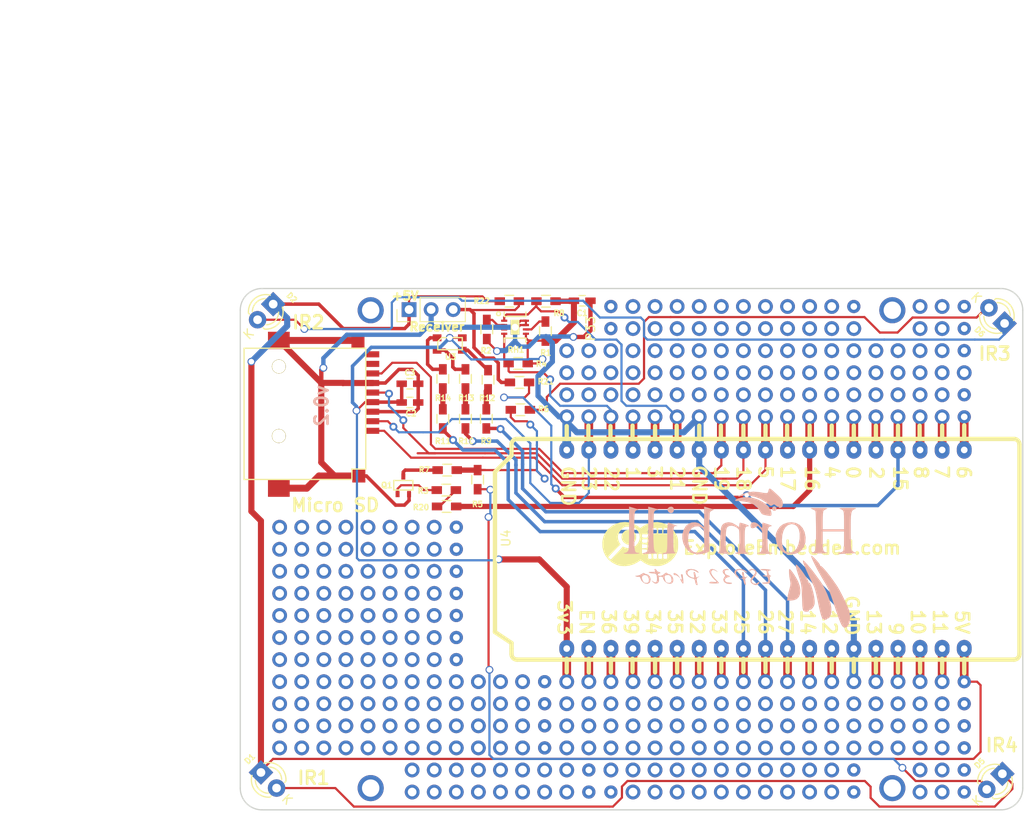
<source format=kicad_pcb>
(kicad_pcb (version 4) (host pcbnew 4.0.4-stable)
  (layers (0 F.Cu signal) (31 B.Cu signal) (34 B.Paste user) (35 F.Paste user) (36 B.SilkS user) (37 F.SilkS user) (38 B.Mask user) (39 F.Mask user) (44 Edge.Cuts user))
  (net 0 "")
  (net 1 3.3V)
  (net 2 GND)
  (net 3 "Net-(D1-Pad1)")
  (net 4 +5V)
  (net 5 "Net-(D2-Pad1)")
  (net 6 "Net-(D5-Pad1)")
  (net 7 "Net-(D6-Pad1)")
  (net 8 "Net-(P1-Pad1)")
  (net 9 "Net-(P1-Pad2)")
  (net 10 "Net-(P1-Pad3)")
  (net 11 "Net-(P1-Pad4)")
  (net 12 "Net-(P1-Pad5)")
  (net 13 "Net-(P1-Pad6)")
  (net 14 "Net-(P1-Pad7)")
  (net 15 "Net-(P1-Pad8)")
  (net 16 "Net-(P1-Pad9)")
  (net 17 "Net-(P1-Pad10)")
  (net 18 "Net-(P1-Pad11)")
  (net 19 "Net-(P1-Pad12)")
  (net 20 "Net-(P1-Pad13)")
  (net 21 "Net-(P1-Pad14)")
  (net 22 "Net-(P1-Pad15)")
  (net 23 "Net-(P1-Pad16)")
  (net 24 "Net-(P1-Pad17)")
  (net 25 "Net-(P1-Pad18)")
  (net 26 "Net-(P1-Pad19)")
  (net 27 "Net-(P2-Pad1)")
  (net 28 "Net-(P2-Pad2)")
  (net 29 "Net-(P2-Pad3)")
  (net 30 "Net-(P2-Pad4)")
  (net 31 "Net-(P2-Pad5)")
  (net 32 "Net-(P2-Pad6)")
  (net 33 "Net-(P2-Pad7)")
  (net 34 "Net-(P2-Pad8)")
  (net 35 "Net-(P2-Pad9)")
  (net 36 "Net-(P2-Pad10)")
  (net 37 "Net-(P2-Pad11)")
  (net 38 "Net-(P2-Pad12)")
  (net 39 "Net-(P2-Pad13)")
  (net 40 "Net-(P2-Pad14)")
  (net 41 "Net-(P2-Pad15)")
  (net 42 "Net-(P2-Pad16)")
  (net 43 "Net-(P2-Pad17)")
  (net 44 "Net-(P2-Pad18)")
  (net 45 "Net-(P2-Pad19)")
  (net 46 "Net-(P3-Pad1)")
  (net 47 "Net-(P3-Pad2)")
  (net 48 /IR_Rx)
  (net 49 /R)
  (net 50 /G)
  (net 51 /IR_Tx)
  (net 52 /B)
  (net 53 /SDA)
  (net 54 "Net-(P3-Pad15)")
  (net 55 "Net-(P3-Pad16)")
  (net 56 /SCL)
  (net 57 "Net-(P4-Pad2)")
  (net 58 "Net-(P4-Pad3)")
  (net 59 "Net-(P4-Pad4)")
  (net 60 "Net-(P4-Pad5)")
  (net 61 "Net-(P4-Pad7)")
  (net 62 "Net-(P4-Pad8)")
  (net 63 "Net-(P4-Pad12)")
  (net 64 "Net-(P4-Pad13)")
  (net 65 "Net-(P4-Pad14)")
  (net 66 "Net-(P4-Pad15)")
  (net 67 "Net-(P4-Pad16)")
  (net 68 "Net-(P4-Pad17)")
  (net 69 "Net-(P4-Pad18)")
  (net 70 "Net-(P5-Pad1)")
  (net 71 "Net-(P5-Pad2)")
  (net 72 "Net-(P5-Pad3)")
  (net 73 "Net-(P5-Pad4)")
  (net 74 "Net-(P5-Pad5)")
  (net 75 "Net-(P5-Pad6)")
  (net 76 "Net-(P5-Pad7)")
  (net 77 "Net-(P5-Pad8)")
  (net 78 "Net-(P5-Pad9)")
  (net 79 "Net-(P5-Pad10)")
  (net 80 "Net-(P5-Pad11)")
  (net 81 "Net-(P5-Pad12)")
  (net 82 "Net-(P5-Pad13)")
  (net 83 "Net-(P5-Pad14)")
  (net 84 "Net-(P5-Pad15)")
  (net 85 "Net-(P5-Pad16)")
  (net 86 "Net-(P5-Pad17)")
  (net 87 "Net-(P5-Pad18)")
  (net 88 "Net-(P5-Pad19)")
  (net 89 "Net-(P6-Pad1)")
  (net 90 "Net-(P6-Pad2)")
  (net 91 "Net-(P6-Pad3)")
  (net 92 "Net-(P6-Pad4)")
  (net 93 "Net-(P6-Pad5)")
  (net 94 "Net-(P6-Pad6)")
  (net 95 "Net-(P6-Pad7)")
  (net 96 "Net-(P6-Pad8)")
  (net 97 "Net-(P6-Pad9)")
  (net 98 "Net-(P6-Pad10)")
  (net 99 "Net-(P6-Pad11)")
  (net 100 "Net-(P6-Pad12)")
  (net 101 "Net-(P6-Pad13)")
  (net 102 "Net-(P6-Pad14)")
  (net 103 "Net-(P6-Pad15)")
  (net 104 "Net-(P6-Pad16)")
  (net 105 "Net-(P6-Pad17)")
  (net 106 "Net-(P6-Pad18)")
  (net 107 "Net-(P6-Pad19)")
  (net 108 "Net-(P7-Pad3)")
  (net 109 "Net-(Q1-Pad1)")
  (net 110 "Net-(R1-Pad1)")
  (net 111 "Net-(R2-Pad1)")
  (net 112 "Net-(R20-Pad1)")
  (net 113 "Net-(R5-Pad1)")
  (net 114 "Net-(R12-Pad2)")
  (net 115 "Net-(R10-Pad1)")
  (net 116 "Net-(R11-Pad1)")
  (net 117 "Net-(R12-Pad1)")
  (net 118 "Net-(R13-Pad1)")
  (net 119 "Net-(R14-Pad1)")
  (net 120 "Net-(P8-Pad1)")
  (net 121 "Net-(P8-Pad2)")
  (net 122 "Net-(P8-Pad3)")
  (net 123 "Net-(P8-Pad4)")
  (net 124 "Net-(P8-Pad5)")
  (net 125 "Net-(P8-Pad6)")
  (net 126 "Net-(P8-Pad7)")
  (net 127 "Net-(P8-Pad8)")
  (net 128 "Net-(P8-Pad9)")
  (net 129 "Net-(P8-Pad10)")
  (net 130 "Net-(P8-Pad11)")
  (net 131 "Net-(P8-Pad12)")
  (net 132 "Net-(P8-Pad13)")
  (net 133 "Net-(P8-Pad14)")
  (net 134 "Net-(P8-Pad15)")
  (net 135 "Net-(P8-Pad16)")
  (net 136 "Net-(P8-Pad17)")
  (net 137 "Net-(P8-Pad18)")
  (net 138 "Net-(P8-Pad19)")
  (net 139 "Net-(P9-Pad1)")
  (net 140 "Net-(P9-Pad2)")
  (net 141 "Net-(P9-Pad3)")
  (net 142 "Net-(P10-Pad1)")
  (net 143 "Net-(P10-Pad2)")
  (net 144 "Net-(P10-Pad3)")
  (net 145 "Net-(P11-Pad1)")
  (net 146 "Net-(P11-Pad2)")
  (net 147 "Net-(P11-Pad3)")
  (net 148 "Net-(P12-Pad1)")
  (net 149 "Net-(P12-Pad2)")
  (net 150 "Net-(P12-Pad3)")
  (net 151 "Net-(P12-Pad4)")
  (net 152 "Net-(P12-Pad5)")
  (net 153 "Net-(P12-Pad6)")
  (net 154 "Net-(P12-Pad7)")
  (net 155 "Net-(P12-Pad8)")
  (net 156 "Net-(P12-Pad9)")
  (net 157 "Net-(P12-Pad10)")
  (net 158 "Net-(P12-Pad11)")
  (net 159 "Net-(P12-Pad12)")
  (net 160 "Net-(P12-Pad13)")
  (net 161 "Net-(P12-Pad14)")
  (net 162 "Net-(P12-Pad15)")
  (net 163 "Net-(P12-Pad16)")
  (net 164 "Net-(P12-Pad17)")
  (net 165 "Net-(P12-Pad18)")
  (net 166 "Net-(P12-Pad19)")
  (net 167 "Net-(P13-Pad1)")
  (net 168 "Net-(P13-Pad2)")
  (net 169 "Net-(P13-Pad3)")
  (net 170 "Net-(P14-Pad1)")
  (net 171 "Net-(P14-Pad2)")
  (net 172 "Net-(P14-Pad3)")
  (net 173 "Net-(P14-Pad4)")
  (net 174 "Net-(P14-Pad5)")
  (net 175 "Net-(P14-Pad6)")
  (net 176 "Net-(P14-Pad7)")
  (net 177 "Net-(P14-Pad8)")
  (net 178 "Net-(P14-Pad9)")
  (net 179 "Net-(P15-Pad1)")
  (net 180 "Net-(P15-Pad2)")
  (net 181 "Net-(P15-Pad3)")
  (net 182 "Net-(P15-Pad4)")
  (net 183 "Net-(P15-Pad5)")
  (net 184 "Net-(P15-Pad6)")
  (net 185 "Net-(P15-Pad7)")
  (net 186 "Net-(P15-Pad8)")
  (net 187 "Net-(P15-Pad9)")
  (net 188 "Net-(P16-Pad1)")
  (net 189 "Net-(P16-Pad2)")
  (net 190 "Net-(P16-Pad3)")
  (net 191 "Net-(P16-Pad4)")
  (net 192 "Net-(P16-Pad5)")
  (net 193 "Net-(P16-Pad6)")
  (net 194 "Net-(P16-Pad7)")
  (net 195 "Net-(P16-Pad8)")
  (net 196 "Net-(P16-Pad9)")
  (net 197 "Net-(P17-Pad1)")
  (net 198 "Net-(P17-Pad2)")
  (net 199 "Net-(P17-Pad3)")
  (net 200 "Net-(P17-Pad4)")
  (net 201 "Net-(P17-Pad5)")
  (net 202 "Net-(P17-Pad6)")
  (net 203 "Net-(P17-Pad7)")
  (net 204 "Net-(P17-Pad8)")
  (net 205 "Net-(P17-Pad9)")
  (net 206 "Net-(P18-Pad1)")
  (net 207 "Net-(P18-Pad2)")
  (net 208 "Net-(P18-Pad3)")
  (net 209 "Net-(P18-Pad4)")
  (net 210 "Net-(P18-Pad5)")
  (net 211 "Net-(P18-Pad6)")
  (net 212 "Net-(P18-Pad7)")
  (net 213 "Net-(P18-Pad8)")
  (net 214 "Net-(P18-Pad9)")
  (net 215 "Net-(P19-Pad1)")
  (net 216 "Net-(P19-Pad2)")
  (net 217 "Net-(P19-Pad3)")
  (net 218 "Net-(P19-Pad4)")
  (net 219 "Net-(P19-Pad5)")
  (net 220 "Net-(P19-Pad6)")
  (net 221 "Net-(P19-Pad7)")
  (net 222 "Net-(P19-Pad8)")
  (net 223 "Net-(P19-Pad9)")
  (net 224 "Net-(P20-Pad1)")
  (net 225 "Net-(P20-Pad2)")
  (net 226 "Net-(P20-Pad3)")
  (net 227 "Net-(P20-Pad4)")
  (net 228 "Net-(P20-Pad5)")
  (net 229 "Net-(P20-Pad6)")
  (net 230 "Net-(P20-Pad7)")
  (net 231 "Net-(P20-Pad8)")
  (net 232 "Net-(P20-Pad9)")
  (net 233 "Net-(P21-Pad1)")
  (net 234 "Net-(P21-Pad2)")
  (net 235 "Net-(P21-Pad3)")
  (net 236 "Net-(P21-Pad4)")
  (net 237 "Net-(P21-Pad5)")
  (net 238 "Net-(P21-Pad6)")
  (net 239 "Net-(P21-Pad7)")
  (net 240 "Net-(P21-Pad8)")
  (net 241 "Net-(P21-Pad9)")
  (net 242 "Net-(P22-Pad1)")
  (net 243 "Net-(P22-Pad2)")
  (net 244 "Net-(P22-Pad3)")
  (net 245 "Net-(P22-Pad4)")
  (net 246 "Net-(P22-Pad5)")
  (net 247 "Net-(P22-Pad6)")
  (net 248 "Net-(P22-Pad7)")
  (net 249 "Net-(P22-Pad8)")
  (net 250 "Net-(P22-Pad9)")
  (net 251 "Net-(P23-Pad1)")
  (net 252 "Net-(P23-Pad2)")
  (net 253 "Net-(P23-Pad3)")
  (net 254 "Net-(P23-Pad4)")
  (net 255 "Net-(P23-Pad5)")
  (net 256 "Net-(P23-Pad6)")
  (net 257 "Net-(P23-Pad7)")
  (net 258 "Net-(P23-Pad8)")
  (net 259 "Net-(P23-Pad9)")
  (net 260 "Net-(P24-Pad1)")
  (net 261 "Net-(P24-Pad2)")
  (net 262 "Net-(P24-Pad3)")
  (net 263 "Net-(P24-Pad4)")
  (net 264 "Net-(P24-Pad5)")
  (net 265 "Net-(P24-Pad6)")
  (net 266 "Net-(P24-Pad7)")
  (net 267 "Net-(P24-Pad8)")
  (net 268 "Net-(P24-Pad9)")
  (net 269 "Net-(P25-Pad1)")
  (net 270 "Net-(P25-Pad2)")
  (net 271 "Net-(P25-Pad3)")
  (net 272 "Net-(P25-Pad4)")
  (net 273 "Net-(P25-Pad5)")
  (net 274 "Net-(P25-Pad6)")
  (net 275 "Net-(P25-Pad7)")
  (net 276 "Net-(P25-Pad8)")
  (net 277 "Net-(P25-Pad9)")
  (net 278 "Net-(P25-Pad10)")
  (net 279 "Net-(P25-Pad11)")
  (net 280 "Net-(P25-Pad12)")
  (net 281 "Net-(P25-Pad13)")
  (net 282 "Net-(P26-Pad1)")
  (net 283 "Net-(P26-Pad2)")
  (net 284 "Net-(P26-Pad3)")
  (net 285 "Net-(P26-Pad4)")
  (net 286 "Net-(P26-Pad5)")
  (net 287 "Net-(P26-Pad6)")
  (net 288 "Net-(P26-Pad7)")
  (net 289 "Net-(P26-Pad8)")
  (net 290 "Net-(P26-Pad9)")
  (net 291 "Net-(P26-Pad10)")
  (net 292 "Net-(P26-Pad11)")
  (net 293 "Net-(P26-Pad12)")
  (net 294 "Net-(P26-Pad13)")
  (net 295 "Net-(P27-Pad1)")
  (net 296 "Net-(P27-Pad2)")
  (net 297 "Net-(P27-Pad3)")
  (net 298 "Net-(P27-Pad4)")
  (net 299 "Net-(P27-Pad5)")
  (net 300 "Net-(P27-Pad6)")
  (net 301 "Net-(P27-Pad7)")
  (net 302 "Net-(P27-Pad8)")
  (net 303 "Net-(P27-Pad9)")
  (net 304 "Net-(P27-Pad10)")
  (net 305 "Net-(P27-Pad11)")
  (net 306 "Net-(P27-Pad12)")
  (net 307 "Net-(P27-Pad13)")
  (net 308 "Net-(P28-Pad1)")
  (net 309 "Net-(P28-Pad2)")
  (net 310 "Net-(P28-Pad3)")
  (net 311 "Net-(P28-Pad4)")
  (net 312 "Net-(P28-Pad5)")
  (net 313 "Net-(P28-Pad6)")
  (net 314 "Net-(P28-Pad7)")
  (net 315 "Net-(P28-Pad8)")
  (net 316 "Net-(P28-Pad9)")
  (net 317 "Net-(P28-Pad10)")
  (net 318 "Net-(P28-Pad11)")
  (net 319 "Net-(P28-Pad12)")
  (net 320 "Net-(P28-Pad13)")
  (net 321 "Net-(P29-Pad1)")
  (net 322 "Net-(P29-Pad2)")
  (net 323 "Net-(P29-Pad3)")
  (net 324 "Net-(P29-Pad4)")
  (net 325 "Net-(P29-Pad5)")
  (net 326 "Net-(P29-Pad6)")
  (net 327 "Net-(P29-Pad7)")
  (net 328 "Net-(P29-Pad8)")
  (net 329 "Net-(P29-Pad9)")
  (net 330 "Net-(P30-Pad1)")
  (net 331 "Net-(P30-Pad2)")
  (net 332 "Net-(P30-Pad3)")
  (net 333 "Net-(P30-Pad4)")
  (net 334 "Net-(P30-Pad5)")
  (net 335 "Net-(P30-Pad6)")
  (net 336 "Net-(P30-Pad7)")
  (net 337 "Net-(P30-Pad8)")
  (net 338 "Net-(P30-Pad9)")
  (net 339 "Net-(RH1-Pad3)")
  (net 340 "Net-(P3-Pad3)")
  (net 341 "Net-(P3-Pad5)")
  (net 342 "Net-(P3-Pad6)")
  (net 343 "Net-(P3-Pad7)")
  (net 344 "Net-(P3-Pad9)")
  (net 345 "Net-(Q1-Pad3)")
  (net 346 /IO5)
  (net 347 /IO23)
  (net 348 /IO18)
  (net 349 /IO19)
  (net 350 "Net-(U2-Pad8)")
  (net 351 "Net-(U2-Pad9)")
  (net 352 "Net-(P31-Pad1)")
  (net 353 "Net-(P31-Pad2)")
  (net 354 "Net-(P31-Pad3)")
  (net 355 "Net-(P32-Pad1)")
  (net 356 "Net-(P32-Pad2)")
  (net 357 "Net-(P32-Pad3)")
  (net 358 "Net-(P33-Pad1)")
  (net 359 "Net-(P33-Pad2)")
  (net 360 "Net-(P33-Pad3)")
  (net 361 "Net-(P34-Pad1)")
  (net 362 "Net-(P34-Pad2)")
  (net 363 "Net-(P34-Pad3)")
  (module ee:ESP32_Breakout (layer F.Cu) (at 105.41 78.74 270)
    (fp_text reference U4 (at 0 29.845 270) (layer F.SilkS))
    (fp_text value ESP32_Breakout1)
    (pad 1 thru_hole oval (at -10.16 -22.86 270) (size 2 1.7) (drill 0.762) (layers *.Cu *.Mask) (net 46 "Net-(P3-Pad1)"))
    (pad 2 thru_hole oval (at -10.16 -20.32 270) (size 2 1.7) (drill 0.762) (layers *.Cu *.Mask) (net 47 "Net-(P3-Pad2)"))
    (pad 3 thru_hole oval (at -10.16 -17.78 270) (size 2 1.7) (drill 0.762) (layers *.Cu *.Mask) (net 340 "Net-(P3-Pad3)"))
    (pad 4 thru_hole oval (at -10.16 -15.24 270) (size 2 1.7) (drill 0.762) (layers *.Cu *.Mask) (net 48 /IR_Rx))
    (pad 5 thru_hole oval (at -10.16 -12.7 270) (size 2 1.7) (drill 0.762) (layers *.Cu *.Mask) (net 341 "Net-(P3-Pad5)"))
    (pad 6 thru_hole oval (at -10.16 -10.16 270) (size 2 1.7) (drill 0.762) (layers *.Cu *.Mask) (net 342 "Net-(P3-Pad6)"))
    (pad 7 thru_hole oval (at -10.16 -7.62 270) (size 2 1.7) (drill 0.762) (layers *.Cu *.Mask) (net 343 "Net-(P3-Pad7)"))
    (pad 8 thru_hole oval (at -10.16 -5.08 270) (size 2 1.7) (drill 0.762) (layers *.Cu *.Mask) (net 51 /IR_Tx))
    (pad 9 thru_hole oval (at -10.16 -2.54 270) (size 2 1.7) (drill 0.762) (layers *.Cu *.Mask) (net 344 "Net-(P3-Pad9)"))
    (pad 10 thru_hole oval (at -10.16 0 270) (size 2 1.7) (drill 0.762) (layers *.Cu *.Mask) (net 346 /IO5))
    (pad 11 thru_hole oval (at -10.16 2.54 270) (size 2 1.7) (drill 0.762) (layers *.Cu *.Mask) (net 348 /IO18))
    (pad 12 thru_hole oval (at -10.16 5.08 270) (size 2 1.7) (drill 0.762) (layers *.Cu *.Mask) (net 349 /IO19))
    (pad 13 thru_hole oval (at -10.16 7.62 270) (size 2 1.7) (drill 0.762) (layers *.Cu *.Mask) (net 2 GND))
    (pad 14 thru_hole oval (at -10.16 10.16 270) (size 2 1.7) (drill 0.762) (layers *.Cu *.Mask) (net 53 /SDA))
    (pad 15 thru_hole oval (at -10.16 12.7 270) (size 2 1.7) (drill 0.762) (layers *.Cu *.Mask) (net 54 "Net-(P3-Pad15)"))
    (pad 16 thru_hole oval (at -10.16 15.24 270) (size 2 1.7) (drill 0.762) (layers *.Cu *.Mask) (net 55 "Net-(P3-Pad16)"))
    (pad 17 thru_hole oval (at -10.16 17.78 270) (size 2 1.7) (drill 0.762) (layers *.Cu *.Mask) (net 56 /SCL))
    (pad 18 thru_hole oval (at -10.16 20.32 270) (size 2 1.7) (drill 0.762) (layers *.Cu *.Mask) (net 347 /IO23))
    (pad 19 thru_hole oval (at -10.16 22.86 270) (size 2 1.7) (drill 0.762) (layers *.Cu *.Mask) (net 2 GND))
    (pad 20 thru_hole oval (at 12.7 22.86 270) (size 2 1.7) (drill 0.762) (layers *.Cu *.Mask) (net 1 3.3V))
    (pad 21 thru_hole oval (at 12.7 20.32 270) (size 2 1.7) (drill 0.762) (layers *.Cu *.Mask) (net 69 "Net-(P4-Pad18)"))
    (pad 22 thru_hole oval (at 12.7 17.78 270) (size 2 1.7) (drill 0.762) (layers *.Cu *.Mask) (net 68 "Net-(P4-Pad17)"))
    (pad 23 thru_hole oval (at 12.7 15.24 270) (size 2 1.7) (drill 0.762) (layers *.Cu *.Mask) (net 67 "Net-(P4-Pad16)"))
    (pad 24 thru_hole oval (at 12.7 12.7 270) (size 2 1.7) (drill 0.762) (layers *.Cu *.Mask) (net 66 "Net-(P4-Pad15)"))
    (pad 25 thru_hole oval (at 12.7 10.16 270) (size 2 1.7) (drill 0.762) (layers *.Cu *.Mask) (net 65 "Net-(P4-Pad14)"))
    (pad 26 thru_hole oval (at 12.7 7.62 270) (size 2 1.7) (drill 0.762) (layers *.Cu *.Mask) (net 64 "Net-(P4-Pad13)"))
    (pad 27 thru_hole oval (at 12.7 5.08 270) (size 2 1.7) (drill 0.762) (layers *.Cu *.Mask) (net 63 "Net-(P4-Pad12)"))
    (pad 28 thru_hole oval (at 12.7 2.54 270) (size 2 1.7) (drill 0.762) (layers *.Cu *.Mask) (net 49 /R))
    (pad 29 thru_hole oval (at 12.7 0 270) (size 2 1.7) (drill 0.762) (layers *.Cu *.Mask) (net 50 /G))
    (pad 30 thru_hole oval (at 12.7 -2.54 270) (size 2 1.7) (drill 0.762) (layers *.Cu *.Mask) (net 52 /B))
    (pad 31 thru_hole oval (at 12.7 -5.08 270) (size 2 1.7) (drill 0.762) (layers *.Cu *.Mask) (net 62 "Net-(P4-Pad8)"))
    (pad 32 thru_hole oval (at 12.7 -7.62 270) (size 2 1.7) (drill 0.762) (layers *.Cu *.Mask) (net 61 "Net-(P4-Pad7)"))
    (pad 33 thru_hole oval (at 12.7 -10.16 270) (size 2 1.7) (drill 0.762) (layers *.Cu *.Mask) (net 2 GND))
    (pad 34 thru_hole oval (at 12.7 -12.7 270) (size 2 1.7) (drill 0.762) (layers *.Cu *.Mask) (net 60 "Net-(P4-Pad5)"))
    (pad 35 thru_hole oval (at 12.7 -15.24 270) (size 2 1.7) (drill 0.762) (layers *.Cu *.Mask) (net 59 "Net-(P4-Pad4)"))
    (pad 36 thru_hole oval (at 12.7 -17.78 270) (size 2 1.7) (drill 0.762) (layers *.Cu *.Mask) (net 58 "Net-(P4-Pad3)"))
    (pad 37 thru_hole oval (at 12.7 -20.32 270) (size 2 1.7) (drill 0.762) (layers *.Cu *.Mask) (net 57 "Net-(P4-Pad2)"))
    (pad 38 thru_hole oval (at 12.7 -22.86 270) (size 2 1.7) (drill 0.762) (layers *.Cu *.Mask) (net 4 +5V))
  )
  (module Pin_Headers:Pin_Header_Straight_1x03_Pitch2.54mm (layer F.Cu) (at 87.63 52.07 90)
    (fp_text reference P32 hide)
    (fp_text value CONN_01X03)
    (pad 1 thru_hole circle (at 0 0 90) (size 1.524 1.524) (drill 0.762) (layers *.Cu *.Mask) (net 355 "Net-(P32-Pad1)"))
    (pad 2 thru_hole oval (at 0 2.54 90) (size 1.7 1.7) (drill 1) (layers *.Cu *.Mask) (net 356 "Net-(P32-Pad2)"))
    (pad 3 thru_hole oval (at 0 5.08 90) (size 1.7 1.7) (drill 1) (layers *.Cu *.Mask) (net 357 "Net-(P32-Pad3)"))
  )
  (module Pin_Headers:Pin_Header_Straight_1x03_Pitch2.54mm (layer F.Cu) (at 87.63 54.61 90)
    (fp_text reference P33 (at 0 -2.33 90) (layer F.SilkS))
    (fp_text value CONN_01X03)
    (pad 1 thru_hole circle (at 0 0 90) (size 1.524 1.524) (drill 0.762) (layers *.Cu *.Mask) (net 358 "Net-(P33-Pad1)"))
    (pad 2 thru_hole oval (at 0 2.54 90) (size 1.7 1.7) (drill 1) (layers *.Cu *.Mask) (net 359 "Net-(P33-Pad2)"))
    (pad 3 thru_hole oval (at 0 5.08 90) (size 1.7 1.7) (drill 1) (layers *.Cu *.Mask) (net 360 "Net-(P33-Pad3)"))
  )
  (module Pin_Headers:Pin_Header_Straight_1x03_Pitch2.54mm (layer F.Cu) (at 87.63 107.95 90)
    (fp_text reference P31 hide)
    (fp_text value CONN_01X03)
    (pad 1 thru_hole circle (at 0 0 90) (size 1.524 1.524) (drill 0.762) (layers *.Cu *.Mask) (net 352 "Net-(P31-Pad1)"))
    (pad 2 thru_hole oval (at 0 2.54 90) (size 1.7 1.7) (drill 1) (layers *.Cu *.Mask) (net 353 "Net-(P31-Pad2)"))
    (pad 3 thru_hole oval (at 0 5.08 90) (size 1.7 1.7) (drill 1) (layers *.Cu *.Mask) (net 354 "Net-(P31-Pad3)"))
  )
  (module Pin_Headers:Pin_Header_Straight_1x03_Pitch2.54mm (layer F.Cu) (at 87.63 105.41 90)
    (fp_text reference P34 hide)
    (fp_text value CONN_01X03)
    (pad 1 thru_hole oval (at 0 0 90) (size 1.7 1.7) (drill 1) (layers *.Cu *.Mask) (net 361 "Net-(P34-Pad1)"))
    (pad 2 thru_hole oval (at 0 2.54 90) (size 1.7 1.7) (drill 1) (layers *.Cu *.Mask) (net 362 "Net-(P34-Pad2)"))
    (pad 3 thru_hole oval (at 0 5.08 90) (size 1.7 1.7) (drill 1) (layers *.Cu *.Mask) (net 363 "Net-(P34-Pad3)"))
  )
  (module LEDs:LED-3MM (layer F.Cu) (at 49.1744 107.4928 135)
    (fp_text reference D1 (at 4.54401 0.197566 225) (layer F.SilkS) (effects (font (size 0.635 0.635))))
    (fp_text value LED)
    (fp_text user K (at -1.796051 -0.071842 135) (layer F.SilkS))
    (pad 1 thru_hole circle (at 0 0 225) (size 2 2) (drill 1.00076) (layers *.Cu *.Mask) (net 3 "Net-(D1-Pad1)"))
    (pad 2 thru_hole rect (at 2.54 0 135) (size 2 2) (drill 1.00076) (layers *.Cu *.Mask) (net 4 +5V))
  )
  (module LEDs:LED-3MM (layer F.Cu) (at 130.8608 107.6452 45)
    (fp_text reference D5 (at 1.544604 -2.694077 45) (layer F.SilkS) (effects (font (size 0.635 0.635))))
    (fp_text value LED hide)
    (fp_text user K (at -1.688288 0.179605 45) (layer F.SilkS))
    (pad 1 thru_hole circle (at 0 0 135) (size 2 2) (drill 1.00076) (layers *.Cu *.Mask) (net 6 "Net-(D5-Pad1)"))
    (pad 2 thru_hole rect (at 2.54 0 45) (size 2 2) (drill 1.00076) (layers *.Cu *.Mask) (net 3 "Net-(D1-Pad1)"))
  )
  (module LEDs:LED-3MM (layer F.Cu) (at 131.1148 52.2224 315)
    (fp_text reference D6 (at 1.203354 2.712037 495) (layer F.SilkS) (effects (font (size 0.635 0.635))))
    (fp_text value LED hide)
    (fp_text user K (at -1.849933 0.197566 315) (layer F.SilkS))
    (pad 1 thru_hole circle (at 0 0 45) (size 2 2) (drill 1.00076) (layers *.Cu *.Mask) (net 7 "Net-(D6-Pad1)"))
    (pad 2 thru_hole rect (at 2.54 0 315) (size 2 2) (drill 1.00076) (layers *.Cu *.Mask) (net 5 "Net-(D2-Pad1)"))
  )
  (module LEDs:LED-3MM (layer F.Cu) (at 46.99 53.594 45)
    (fp_text reference D2 (at 4.579931 0.987828 135) (layer F.SilkS) (effects (font (size 0.635 0.635))))
    (fp_text value LED hide)
    (fp_text user K (at -1.885854 0.449013 45) (layer F.SilkS))
    (pad 1 thru_hole circle (at 0 0 135) (size 2 2) (drill 1.00076) (layers *.Cu *.Mask) (net 5 "Net-(D2-Pad1)"))
    (pad 2 thru_hole rect (at 2.54 0 45) (size 2 2) (drill 1.00076) (layers *.Cu *.Mask) (net 4 +5V))
  )
  (module ee:RGB_SMD_4pin_New (layer F.Cu) (at 69.088 56.388 180)
    (fp_text reference U3 (at -0.1016 -1.4732 180) (layer F.SilkS) (effects (font (size 0.635 0.635))))
    (fp_text value RGB_4pin hide)
    (pad 1 smd rect (at -1.45 0.7125 180) (size 1 0.8) (layers F.Cu F.Paste F.Mask) (net 1 3.3V))
    (pad 2 smd rect (at 1.45 0.7125 180) (size 1 0.8) (layers F.Cu F.Paste F.Mask) (net 119 "Net-(R14-Pad1)"))
    (pad 3 smd rect (at -1.45 -0.7125 180) (size 1 0.8) (layers F.Cu F.Paste F.Mask) (net 117 "Net-(R12-Pad1)"))
    (pad 4 smd rect (at 1.45 -0.7125 180) (size 1 0.8) (layers F.Cu F.Paste F.Mask) (net 118 "Net-(R13-Pad1)"))
  )
  (module Pin_Headers:Pin_Header_Straight_1x09_Pitch2.54mm (layer F.Cu) (at 85.09 107.95 270)
    (fp_text reference P30 hide)
    (fp_text value CONN_01X09)
    (pad 1 thru_hole circle (at 0 0 270) (size 1.524 1.524) (drill 0.762) (layers *.Cu *.Mask) (net 330 "Net-(P30-Pad1)"))
    (pad 2 thru_hole oval (at 0 2.54 270) (size 1.7 1.7) (drill 1) (layers *.Cu *.Mask) (net 331 "Net-(P30-Pad2)"))
    (pad 3 thru_hole oval (at 0 5.08 270) (size 1.7 1.7) (drill 1) (layers *.Cu *.Mask) (net 332 "Net-(P30-Pad3)"))
    (pad 4 thru_hole oval (at 0 7.62 270) (size 1.7 1.7) (drill 1) (layers *.Cu *.Mask) (net 333 "Net-(P30-Pad4)"))
    (pad 5 thru_hole oval (at 0 10.16 270) (size 1.7 1.7) (drill 1) (layers *.Cu *.Mask) (net 334 "Net-(P30-Pad5)"))
    (pad 6 thru_hole oval (at 0 12.7 270) (size 1.7 1.7) (drill 1) (layers *.Cu *.Mask) (net 335 "Net-(P30-Pad6)"))
    (pad 7 thru_hole oval (at 0 15.24 270) (size 1.7 1.7) (drill 1) (layers *.Cu *.Mask) (net 336 "Net-(P30-Pad7)"))
    (pad 8 thru_hole oval (at 0 17.78 270) (size 1.7 1.7) (drill 1) (layers *.Cu *.Mask) (net 337 "Net-(P30-Pad8)"))
    (pad 9 thru_hole oval (at 0 20.32 270) (size 1.7 1.7) (drill 1) (layers *.Cu *.Mask) (net 338 "Net-(P30-Pad9)"))
  )
  (module Pin_Headers:Pin_Header_Straight_1x09_Pitch2.54mm (layer F.Cu) (at 85.09 105.41 270)
    (fp_text reference P29 hide)
    (fp_text value CONN_01X09)
    (pad 1 thru_hole circle (at 0 0 270) (size 1.524 1.524) (drill 0.762) (layers *.Cu *.Mask) (net 321 "Net-(P29-Pad1)"))
    (pad 2 thru_hole oval (at 0 2.54 270) (size 1.7 1.7) (drill 1) (layers *.Cu *.Mask) (net 322 "Net-(P29-Pad2)"))
    (pad 3 thru_hole oval (at 0 5.08 270) (size 1.7 1.7) (drill 1) (layers *.Cu *.Mask) (net 323 "Net-(P29-Pad3)"))
    (pad 4 thru_hole oval (at 0 7.62 270) (size 1.7 1.7) (drill 1) (layers *.Cu *.Mask) (net 324 "Net-(P29-Pad4)"))
    (pad 5 thru_hole oval (at 0 10.16 270) (size 1.7 1.7) (drill 1) (layers *.Cu *.Mask) (net 325 "Net-(P29-Pad5)"))
    (pad 6 thru_hole oval (at 0 12.7 270) (size 1.7 1.7) (drill 1) (layers *.Cu *.Mask) (net 326 "Net-(P29-Pad6)"))
    (pad 7 thru_hole oval (at 0 15.24 270) (size 1.7 1.7) (drill 1) (layers *.Cu *.Mask) (net 327 "Net-(P29-Pad7)"))
    (pad 8 thru_hole oval (at 0 17.78 270) (size 1.7 1.7) (drill 1) (layers *.Cu *.Mask) (net 328 "Net-(P29-Pad8)"))
    (pad 9 thru_hole oval (at 0 20.32 270) (size 1.7 1.7) (drill 1) (layers *.Cu *.Mask) (net 329 "Net-(P29-Pad9)"))
  )
  (module Pin_Headers:Pin_Header_Straight_1x13_Pitch2.54mm (layer F.Cu) (at 80.01 102.87 270)
    (fp_text reference P28 hide)
    (fp_text value CONN_01X13)
    (pad 1 thru_hole circle (at 0 0 270) (size 1.524 1.524) (drill 0.762) (layers *.Cu *.Mask) (net 308 "Net-(P28-Pad1)"))
    (pad 2 thru_hole oval (at 0 2.54 270) (size 1.7 1.7) (drill 1) (layers *.Cu *.Mask) (net 309 "Net-(P28-Pad2)"))
    (pad 3 thru_hole oval (at 0 5.08 270) (size 1.7 1.7) (drill 1) (layers *.Cu *.Mask) (net 310 "Net-(P28-Pad3)"))
    (pad 4 thru_hole oval (at 0 7.62 270) (size 1.7 1.7) (drill 1) (layers *.Cu *.Mask) (net 311 "Net-(P28-Pad4)"))
    (pad 5 thru_hole oval (at 0 10.16 270) (size 1.7 1.7) (drill 1) (layers *.Cu *.Mask) (net 312 "Net-(P28-Pad5)"))
    (pad 6 thru_hole oval (at 0 12.7 270) (size 1.7 1.7) (drill 1) (layers *.Cu *.Mask) (net 313 "Net-(P28-Pad6)"))
    (pad 7 thru_hole oval (at 0 15.24 270) (size 1.7 1.7) (drill 1) (layers *.Cu *.Mask) (net 314 "Net-(P28-Pad7)"))
    (pad 8 thru_hole oval (at 0 17.78 270) (size 1.7 1.7) (drill 1) (layers *.Cu *.Mask) (net 315 "Net-(P28-Pad8)"))
    (pad 9 thru_hole oval (at 0 20.32 270) (size 1.7 1.7) (drill 1) (layers *.Cu *.Mask) (net 316 "Net-(P28-Pad9)"))
    (pad 10 thru_hole oval (at 0 22.86 270) (size 1.7 1.7) (drill 1) (layers *.Cu *.Mask) (net 317 "Net-(P28-Pad10)"))
    (pad 11 thru_hole oval (at 0 25.4 270) (size 1.7 1.7) (drill 1) (layers *.Cu *.Mask) (net 318 "Net-(P28-Pad11)"))
    (pad 12 thru_hole oval (at 0 27.94 270) (size 1.7 1.7) (drill 1) (layers *.Cu *.Mask) (net 319 "Net-(P28-Pad12)"))
    (pad 13 thru_hole oval (at 0 30.48 270) (size 1.7 1.7) (drill 1) (layers *.Cu *.Mask) (net 320 "Net-(P28-Pad13)"))
  )
  (module Pin_Headers:Pin_Header_Straight_1x13_Pitch2.54mm (layer F.Cu) (at 80.01 100.33 270)
    (fp_text reference P27 hide)
    (fp_text value CONN_01X13)
    (pad 1 thru_hole circle (at 0 0 270) (size 1.524 1.524) (drill 0.762) (layers *.Cu *.Mask) (net 295 "Net-(P27-Pad1)"))
    (pad 2 thru_hole oval (at 0 2.54 270) (size 1.7 1.7) (drill 1) (layers *.Cu *.Mask) (net 296 "Net-(P27-Pad2)"))
    (pad 3 thru_hole oval (at 0 5.08 270) (size 1.7 1.7) (drill 1) (layers *.Cu *.Mask) (net 297 "Net-(P27-Pad3)"))
    (pad 4 thru_hole oval (at 0 7.62 270) (size 1.7 1.7) (drill 1) (layers *.Cu *.Mask) (net 298 "Net-(P27-Pad4)"))
    (pad 5 thru_hole oval (at 0 10.16 270) (size 1.7 1.7) (drill 1) (layers *.Cu *.Mask) (net 299 "Net-(P27-Pad5)"))
    (pad 6 thru_hole oval (at 0 12.7 270) (size 1.7 1.7) (drill 1) (layers *.Cu *.Mask) (net 300 "Net-(P27-Pad6)"))
    (pad 7 thru_hole oval (at 0 15.24 270) (size 1.7 1.7) (drill 1) (layers *.Cu *.Mask) (net 301 "Net-(P27-Pad7)"))
    (pad 8 thru_hole oval (at 0 17.78 270) (size 1.7 1.7) (drill 1) (layers *.Cu *.Mask) (net 302 "Net-(P27-Pad8)"))
    (pad 9 thru_hole oval (at 0 20.32 270) (size 1.7 1.7) (drill 1) (layers *.Cu *.Mask) (net 303 "Net-(P27-Pad9)"))
    (pad 10 thru_hole oval (at 0 22.86 270) (size 1.7 1.7) (drill 1) (layers *.Cu *.Mask) (net 304 "Net-(P27-Pad10)"))
    (pad 11 thru_hole oval (at 0 25.4 270) (size 1.7 1.7) (drill 1) (layers *.Cu *.Mask) (net 305 "Net-(P27-Pad11)"))
    (pad 12 thru_hole oval (at 0 27.94 270) (size 1.7 1.7) (drill 1) (layers *.Cu *.Mask) (net 306 "Net-(P27-Pad12)"))
    (pad 13 thru_hole oval (at 0 30.48 270) (size 1.7 1.7) (drill 1) (layers *.Cu *.Mask) (net 307 "Net-(P27-Pad13)"))
  )
  (module Pin_Headers:Pin_Header_Straight_1x13_Pitch2.54mm (layer F.Cu) (at 80.01 97.79 270)
    (fp_text reference P26 hide)
    (fp_text value CONN_01X13)
    (pad 1 thru_hole circle (at 0 0 270) (size 1.524 1.524) (drill 0.762) (layers *.Cu *.Mask) (net 282 "Net-(P26-Pad1)"))
    (pad 2 thru_hole oval (at 0 2.54 270) (size 1.7 1.7) (drill 1) (layers *.Cu *.Mask) (net 283 "Net-(P26-Pad2)"))
    (pad 3 thru_hole oval (at 0 5.08 270) (size 1.7 1.7) (drill 1) (layers *.Cu *.Mask) (net 284 "Net-(P26-Pad3)"))
    (pad 4 thru_hole oval (at 0 7.62 270) (size 1.7 1.7) (drill 1) (layers *.Cu *.Mask) (net 285 "Net-(P26-Pad4)"))
    (pad 5 thru_hole oval (at 0 10.16 270) (size 1.7 1.7) (drill 1) (layers *.Cu *.Mask) (net 286 "Net-(P26-Pad5)"))
    (pad 6 thru_hole oval (at 0 12.7 270) (size 1.7 1.7) (drill 1) (layers *.Cu *.Mask) (net 287 "Net-(P26-Pad6)"))
    (pad 7 thru_hole oval (at 0 15.24 270) (size 1.7 1.7) (drill 1) (layers *.Cu *.Mask) (net 288 "Net-(P26-Pad7)"))
    (pad 8 thru_hole oval (at 0 17.78 270) (size 1.7 1.7) (drill 1) (layers *.Cu *.Mask) (net 289 "Net-(P26-Pad8)"))
    (pad 9 thru_hole oval (at 0 20.32 270) (size 1.7 1.7) (drill 1) (layers *.Cu *.Mask) (net 290 "Net-(P26-Pad9)"))
    (pad 10 thru_hole oval (at 0 22.86 270) (size 1.7 1.7) (drill 1) (layers *.Cu *.Mask) (net 291 "Net-(P26-Pad10)"))
    (pad 11 thru_hole oval (at 0 25.4 270) (size 1.7 1.7) (drill 1) (layers *.Cu *.Mask) (net 292 "Net-(P26-Pad11)"))
    (pad 12 thru_hole oval (at 0 27.94 270) (size 1.7 1.7) (drill 1) (layers *.Cu *.Mask) (net 293 "Net-(P26-Pad12)"))
    (pad 13 thru_hole oval (at 0 30.48 270) (size 1.7 1.7) (drill 1) (layers *.Cu *.Mask) (net 294 "Net-(P26-Pad13)"))
  )
  (module Pin_Headers:Pin_Header_Straight_1x13_Pitch2.54mm (layer F.Cu) (at 80.01 95.25 270)
    (fp_text reference P25 hide)
    (fp_text value CONN_01X13)
    (pad 1 thru_hole circle (at 0 0 270) (size 1.524 1.524) (drill 0.762) (layers *.Cu *.Mask) (net 269 "Net-(P25-Pad1)"))
    (pad 2 thru_hole oval (at 0 2.54 270) (size 1.7 1.7) (drill 1) (layers *.Cu *.Mask) (net 270 "Net-(P25-Pad2)"))
    (pad 3 thru_hole oval (at 0 5.08 270) (size 1.7 1.7) (drill 1) (layers *.Cu *.Mask) (net 271 "Net-(P25-Pad3)"))
    (pad 4 thru_hole oval (at 0 7.62 270) (size 1.7 1.7) (drill 1) (layers *.Cu *.Mask) (net 272 "Net-(P25-Pad4)"))
    (pad 5 thru_hole oval (at 0 10.16 270) (size 1.7 1.7) (drill 1) (layers *.Cu *.Mask) (net 273 "Net-(P25-Pad5)"))
    (pad 6 thru_hole oval (at 0 12.7 270) (size 1.7 1.7) (drill 1) (layers *.Cu *.Mask) (net 274 "Net-(P25-Pad6)"))
    (pad 7 thru_hole oval (at 0 15.24 270) (size 1.7 1.7) (drill 1) (layers *.Cu *.Mask) (net 275 "Net-(P25-Pad7)"))
    (pad 8 thru_hole oval (at 0 17.78 270) (size 1.7 1.7) (drill 1) (layers *.Cu *.Mask) (net 276 "Net-(P25-Pad8)"))
    (pad 9 thru_hole oval (at 0 20.32 270) (size 1.7 1.7) (drill 1) (layers *.Cu *.Mask) (net 277 "Net-(P25-Pad9)"))
    (pad 10 thru_hole oval (at 0 22.86 270) (size 1.7 1.7) (drill 1) (layers *.Cu *.Mask) (net 278 "Net-(P25-Pad10)"))
    (pad 11 thru_hole oval (at 0 25.4 270) (size 1.7 1.7) (drill 1) (layers *.Cu *.Mask) (net 279 "Net-(P25-Pad11)"))
    (pad 12 thru_hole oval (at 0 27.94 270) (size 1.7 1.7) (drill 1) (layers *.Cu *.Mask) (net 280 "Net-(P25-Pad12)"))
    (pad 13 thru_hole oval (at 0 30.48 270) (size 1.7 1.7) (drill 1) (layers *.Cu *.Mask) (net 281 "Net-(P25-Pad13)"))
  )
  (module Pin_Headers:Pin_Header_Straight_1x09_Pitch2.54mm (layer F.Cu) (at 69.85 92.71 270)
    (fp_text reference P24 hide)
    (fp_text value CONN_01X09)
    (pad 1 thru_hole circle (at 0 0 270) (size 1.524 1.524) (drill 0.762) (layers *.Cu *.Mask) (net 260 "Net-(P24-Pad1)"))
    (pad 2 thru_hole oval (at 0 2.54 270) (size 1.7 1.7) (drill 1) (layers *.Cu *.Mask) (net 261 "Net-(P24-Pad2)"))
    (pad 3 thru_hole oval (at 0 5.08 270) (size 1.7 1.7) (drill 1) (layers *.Cu *.Mask) (net 262 "Net-(P24-Pad3)"))
    (pad 4 thru_hole oval (at 0 7.62 270) (size 1.7 1.7) (drill 1) (layers *.Cu *.Mask) (net 263 "Net-(P24-Pad4)"))
    (pad 5 thru_hole oval (at 0 10.16 270) (size 1.7 1.7) (drill 1) (layers *.Cu *.Mask) (net 264 "Net-(P24-Pad5)"))
    (pad 6 thru_hole oval (at 0 12.7 270) (size 1.7 1.7) (drill 1) (layers *.Cu *.Mask) (net 265 "Net-(P24-Pad6)"))
    (pad 7 thru_hole oval (at 0 15.24 270) (size 1.7 1.7) (drill 1) (layers *.Cu *.Mask) (net 266 "Net-(P24-Pad7)"))
    (pad 8 thru_hole oval (at 0 17.78 270) (size 1.7 1.7) (drill 1) (layers *.Cu *.Mask) (net 267 "Net-(P24-Pad8)"))
    (pad 9 thru_hole oval (at 0 20.32 270) (size 1.7 1.7) (drill 1) (layers *.Cu *.Mask) (net 268 "Net-(P24-Pad9)"))
  )
  (module Pin_Headers:Pin_Header_Straight_1x09_Pitch2.54mm (layer F.Cu) (at 69.85 90.17 270)
    (fp_text reference P23 hide)
    (fp_text value CONN_01X09)
    (pad 1 thru_hole circle (at 0 0 270) (size 1.524 1.524) (drill 0.762) (layers *.Cu *.Mask) (net 251 "Net-(P23-Pad1)"))
    (pad 2 thru_hole oval (at 0 2.54 270) (size 1.7 1.7) (drill 1) (layers *.Cu *.Mask) (net 252 "Net-(P23-Pad2)"))
    (pad 3 thru_hole oval (at 0 5.08 270) (size 1.7 1.7) (drill 1) (layers *.Cu *.Mask) (net 253 "Net-(P23-Pad3)"))
    (pad 4 thru_hole oval (at 0 7.62 270) (size 1.7 1.7) (drill 1) (layers *.Cu *.Mask) (net 254 "Net-(P23-Pad4)"))
    (pad 5 thru_hole oval (at 0 10.16 270) (size 1.7 1.7) (drill 1) (layers *.Cu *.Mask) (net 255 "Net-(P23-Pad5)"))
    (pad 6 thru_hole oval (at 0 12.7 270) (size 1.7 1.7) (drill 1) (layers *.Cu *.Mask) (net 256 "Net-(P23-Pad6)"))
    (pad 7 thru_hole oval (at 0 15.24 270) (size 1.7 1.7) (drill 1) (layers *.Cu *.Mask) (net 257 "Net-(P23-Pad7)"))
    (pad 8 thru_hole oval (at 0 17.78 270) (size 1.7 1.7) (drill 1) (layers *.Cu *.Mask) (net 258 "Net-(P23-Pad8)"))
    (pad 9 thru_hole oval (at 0 20.32 270) (size 1.7 1.7) (drill 1) (layers *.Cu *.Mask) (net 259 "Net-(P23-Pad9)"))
  )
  (module Pin_Headers:Pin_Header_Straight_1x09_Pitch2.54mm (layer F.Cu) (at 69.85 87.63 270)
    (fp_text reference P22 hide)
    (fp_text value CONN_01X09)
    (pad 1 thru_hole circle (at 0 0 270) (size 1.524 1.524) (drill 0.762) (layers *.Cu *.Mask) (net 242 "Net-(P22-Pad1)"))
    (pad 2 thru_hole oval (at 0 2.54 270) (size 1.7 1.7) (drill 1) (layers *.Cu *.Mask) (net 243 "Net-(P22-Pad2)"))
    (pad 3 thru_hole oval (at 0 5.08 270) (size 1.7 1.7) (drill 1) (layers *.Cu *.Mask) (net 244 "Net-(P22-Pad3)"))
    (pad 4 thru_hole oval (at 0 7.62 270) (size 1.7 1.7) (drill 1) (layers *.Cu *.Mask) (net 245 "Net-(P22-Pad4)"))
    (pad 5 thru_hole oval (at 0 10.16 270) (size 1.7 1.7) (drill 1) (layers *.Cu *.Mask) (net 246 "Net-(P22-Pad5)"))
    (pad 6 thru_hole oval (at 0 12.7 270) (size 1.7 1.7) (drill 1) (layers *.Cu *.Mask) (net 247 "Net-(P22-Pad6)"))
    (pad 7 thru_hole oval (at 0 15.24 270) (size 1.7 1.7) (drill 1) (layers *.Cu *.Mask) (net 248 "Net-(P22-Pad7)"))
    (pad 8 thru_hole oval (at 0 17.78 270) (size 1.7 1.7) (drill 1) (layers *.Cu *.Mask) (net 249 "Net-(P22-Pad8)"))
    (pad 9 thru_hole oval (at 0 20.32 270) (size 1.7 1.7) (drill 1) (layers *.Cu *.Mask) (net 250 "Net-(P22-Pad9)"))
  )
  (module Pin_Headers:Pin_Header_Straight_1x09_Pitch2.54mm (layer F.Cu) (at 69.85 85.09 270)
    (fp_text reference P21 hide)
    (fp_text value CONN_01X09)
    (pad 1 thru_hole circle (at 0 0 270) (size 1.524 1.524) (drill 0.762) (layers *.Cu *.Mask) (net 233 "Net-(P21-Pad1)"))
    (pad 2 thru_hole oval (at 0 2.54 270) (size 1.7 1.7) (drill 1) (layers *.Cu *.Mask) (net 234 "Net-(P21-Pad2)"))
    (pad 3 thru_hole oval (at 0 5.08 270) (size 1.7 1.7) (drill 1) (layers *.Cu *.Mask) (net 235 "Net-(P21-Pad3)"))
    (pad 4 thru_hole oval (at 0 7.62 270) (size 1.7 1.7) (drill 1) (layers *.Cu *.Mask) (net 236 "Net-(P21-Pad4)"))
    (pad 5 thru_hole oval (at 0 10.16 270) (size 1.7 1.7) (drill 1) (layers *.Cu *.Mask) (net 237 "Net-(P21-Pad5)"))
    (pad 6 thru_hole oval (at 0 12.7 270) (size 1.7 1.7) (drill 1) (layers *.Cu *.Mask) (net 238 "Net-(P21-Pad6)"))
    (pad 7 thru_hole oval (at 0 15.24 270) (size 1.7 1.7) (drill 1) (layers *.Cu *.Mask) (net 239 "Net-(P21-Pad7)"))
    (pad 8 thru_hole oval (at 0 17.78 270) (size 1.7 1.7) (drill 1) (layers *.Cu *.Mask) (net 240 "Net-(P21-Pad8)"))
    (pad 9 thru_hole oval (at 0 20.32 270) (size 1.7 1.7) (drill 1) (layers *.Cu *.Mask) (net 241 "Net-(P21-Pad9)"))
  )
  (module Pin_Headers:Pin_Header_Straight_1x09_Pitch2.54mm (layer F.Cu) (at 69.85 82.55 270)
    (fp_text reference P20 hide)
    (fp_text value CONN_01X09)
    (pad 1 thru_hole circle (at 0 0 270) (size 1.524 1.524) (drill 0.762) (layers *.Cu *.Mask) (net 224 "Net-(P20-Pad1)"))
    (pad 2 thru_hole oval (at 0 2.54 270) (size 1.7 1.7) (drill 1) (layers *.Cu *.Mask) (net 225 "Net-(P20-Pad2)"))
    (pad 3 thru_hole oval (at 0 5.08 270) (size 1.7 1.7) (drill 1) (layers *.Cu *.Mask) (net 226 "Net-(P20-Pad3)"))
    (pad 4 thru_hole oval (at 0 7.62 270) (size 1.7 1.7) (drill 1) (layers *.Cu *.Mask) (net 227 "Net-(P20-Pad4)"))
    (pad 5 thru_hole oval (at 0 10.16 270) (size 1.7 1.7) (drill 1) (layers *.Cu *.Mask) (net 228 "Net-(P20-Pad5)"))
    (pad 6 thru_hole oval (at 0 12.7 270) (size 1.7 1.7) (drill 1) (layers *.Cu *.Mask) (net 229 "Net-(P20-Pad6)"))
    (pad 7 thru_hole oval (at 0 15.24 270) (size 1.7 1.7) (drill 1) (layers *.Cu *.Mask) (net 230 "Net-(P20-Pad7)"))
    (pad 8 thru_hole oval (at 0 17.78 270) (size 1.7 1.7) (drill 1) (layers *.Cu *.Mask) (net 231 "Net-(P20-Pad8)"))
    (pad 9 thru_hole oval (at 0 20.32 270) (size 1.7 1.7) (drill 1) (layers *.Cu *.Mask) (net 232 "Net-(P20-Pad9)"))
  )
  (module Pin_Headers:Pin_Header_Straight_1x09_Pitch2.54mm (layer F.Cu) (at 69.85 80.01 270)
    (fp_text reference P19 hide)
    (fp_text value CONN_01X09)
    (pad 1 thru_hole circle (at 0 0 270) (size 1.524 1.524) (drill 0.762) (layers *.Cu *.Mask) (net 215 "Net-(P19-Pad1)"))
    (pad 2 thru_hole oval (at 0 2.54 270) (size 1.7 1.7) (drill 1) (layers *.Cu *.Mask) (net 216 "Net-(P19-Pad2)"))
    (pad 3 thru_hole oval (at 0 5.08 270) (size 1.7 1.7) (drill 1) (layers *.Cu *.Mask) (net 217 "Net-(P19-Pad3)"))
    (pad 4 thru_hole oval (at 0 7.62 270) (size 1.7 1.7) (drill 1) (layers *.Cu *.Mask) (net 218 "Net-(P19-Pad4)"))
    (pad 5 thru_hole oval (at 0 10.16 270) (size 1.7 1.7) (drill 1) (layers *.Cu *.Mask) (net 219 "Net-(P19-Pad5)"))
    (pad 6 thru_hole oval (at 0 12.7 270) (size 1.7 1.7) (drill 1) (layers *.Cu *.Mask) (net 220 "Net-(P19-Pad6)"))
    (pad 7 thru_hole oval (at 0 15.24 270) (size 1.7 1.7) (drill 1) (layers *.Cu *.Mask) (net 221 "Net-(P19-Pad7)"))
    (pad 8 thru_hole oval (at 0 17.78 270) (size 1.7 1.7) (drill 1) (layers *.Cu *.Mask) (net 222 "Net-(P19-Pad8)"))
    (pad 9 thru_hole oval (at 0 20.32 270) (size 1.7 1.7) (drill 1) (layers *.Cu *.Mask) (net 223 "Net-(P19-Pad9)"))
  )
  (module Pin_Headers:Pin_Header_Straight_1x09_Pitch2.54mm (layer F.Cu) (at 69.85 77.47 270)
    (fp_text reference P18 hide)
    (fp_text value CONN_01X09)
    (pad 1 thru_hole circle (at 0 0 270) (size 1.524 1.524) (drill 0.762) (layers *.Cu *.Mask) (net 206 "Net-(P18-Pad1)"))
    (pad 2 thru_hole oval (at 0 2.54 270) (size 1.7 1.7) (drill 1) (layers *.Cu *.Mask) (net 207 "Net-(P18-Pad2)"))
    (pad 3 thru_hole oval (at 0 5.08 270) (size 1.7 1.7) (drill 1) (layers *.Cu *.Mask) (net 208 "Net-(P18-Pad3)"))
    (pad 4 thru_hole oval (at 0 7.62 270) (size 1.7 1.7) (drill 1) (layers *.Cu *.Mask) (net 209 "Net-(P18-Pad4)"))
    (pad 5 thru_hole oval (at 0 10.16 270) (size 1.7 1.7) (drill 1) (layers *.Cu *.Mask) (net 210 "Net-(P18-Pad5)"))
    (pad 6 thru_hole oval (at 0 12.7 270) (size 1.7 1.7) (drill 1) (layers *.Cu *.Mask) (net 211 "Net-(P18-Pad6)"))
    (pad 7 thru_hole oval (at 0 15.24 270) (size 1.7 1.7) (drill 1) (layers *.Cu *.Mask) (net 212 "Net-(P18-Pad7)"))
    (pad 8 thru_hole oval (at 0 17.78 270) (size 1.7 1.7) (drill 1) (layers *.Cu *.Mask) (net 213 "Net-(P18-Pad8)"))
    (pad 9 thru_hole oval (at 0 20.32 270) (size 1.7 1.7) (drill 1) (layers *.Cu *.Mask) (net 214 "Net-(P18-Pad9)"))
  )
  (module Pin_Headers:Pin_Header_Straight_1x03_Pitch2.54mm (layer F.Cu) (at 128.27 107.95 270)
    (fp_text reference P9 hide)
    (fp_text value CONN_01X03)
    (pad 1 thru_hole circle (at 0 0 270) (size 1.524 1.524) (drill 0.762) (layers *.Cu *.Mask) (net 139 "Net-(P9-Pad1)"))
    (pad 2 thru_hole oval (at 0 2.54 270) (size 1.7 1.7) (drill 1) (layers *.Cu *.Mask) (net 140 "Net-(P9-Pad2)"))
    (pad 3 thru_hole oval (at 0 5.08 270) (size 1.7 1.7) (drill 1) (layers *.Cu *.Mask) (net 141 "Net-(P9-Pad3)"))
  )
  (module Pin_Headers:Pin_Header_Straight_1x03_Pitch2.54mm (layer F.Cu) (at 128.27 105.41 270)
    (fp_text reference P10 hide)
    (fp_text value CONN_01X03)
    (pad 1 thru_hole circle (at 0 0 270) (size 1.524 1.524) (drill 0.762) (layers *.Cu *.Mask) (net 142 "Net-(P10-Pad1)"))
    (pad 2 thru_hole oval (at 0 2.54 270) (size 1.7 1.7) (drill 1) (layers *.Cu *.Mask) (net 143 "Net-(P10-Pad2)"))
    (pad 3 thru_hole oval (at 0 5.08 270) (size 1.7 1.7) (drill 1) (layers *.Cu *.Mask) (net 144 "Net-(P10-Pad3)"))
  )
  (module Pin_Headers:Pin_Header_Straight_1x09_Pitch2.54mm (layer F.Cu) (at 115.57 107.95 270)
    (fp_text reference P17 hide)
    (fp_text value CONN_01X09)
    (pad 1 thru_hole circle (at 0 0 270) (size 1.524 1.524) (drill 0.762) (layers *.Cu *.Mask) (net 197 "Net-(P17-Pad1)"))
    (pad 2 thru_hole oval (at 0 2.54 270) (size 1.7 1.7) (drill 1) (layers *.Cu *.Mask) (net 198 "Net-(P17-Pad2)"))
    (pad 3 thru_hole oval (at 0 5.08 270) (size 1.7 1.7) (drill 1) (layers *.Cu *.Mask) (net 199 "Net-(P17-Pad3)"))
    (pad 4 thru_hole oval (at 0 7.62 270) (size 1.7 1.7) (drill 1) (layers *.Cu *.Mask) (net 200 "Net-(P17-Pad4)"))
    (pad 5 thru_hole oval (at 0 10.16 270) (size 1.7 1.7) (drill 1) (layers *.Cu *.Mask) (net 201 "Net-(P17-Pad5)"))
    (pad 6 thru_hole oval (at 0 12.7 270) (size 1.7 1.7) (drill 1) (layers *.Cu *.Mask) (net 202 "Net-(P17-Pad6)"))
    (pad 7 thru_hole oval (at 0 15.24 270) (size 1.7 1.7) (drill 1) (layers *.Cu *.Mask) (net 203 "Net-(P17-Pad7)"))
    (pad 8 thru_hole oval (at 0 17.78 270) (size 1.7 1.7) (drill 1) (layers *.Cu *.Mask) (net 204 "Net-(P17-Pad8)"))
    (pad 9 thru_hole oval (at 0 20.32 270) (size 1.7 1.7) (drill 1) (layers *.Cu *.Mask) (net 205 "Net-(P17-Pad9)"))
  )
  (module Pin_Headers:Pin_Header_Straight_1x09_Pitch2.54mm (layer F.Cu) (at 115.57 105.41 270)
    (fp_text reference P14 hide)
    (fp_text value CONN_01X09)
    (pad 1 thru_hole circle (at 0 0 270) (size 1.524 1.524) (drill 0.762) (layers *.Cu *.Mask) (net 170 "Net-(P14-Pad1)"))
    (pad 2 thru_hole oval (at 0 2.54 270) (size 1.7 1.7) (drill 1) (layers *.Cu *.Mask) (net 171 "Net-(P14-Pad2)"))
    (pad 3 thru_hole oval (at 0 5.08 270) (size 1.7 1.7) (drill 1) (layers *.Cu *.Mask) (net 172 "Net-(P14-Pad3)"))
    (pad 4 thru_hole oval (at 0 7.62 270) (size 1.7 1.7) (drill 1) (layers *.Cu *.Mask) (net 173 "Net-(P14-Pad4)"))
    (pad 5 thru_hole oval (at 0 10.16 270) (size 1.7 1.7) (drill 1) (layers *.Cu *.Mask) (net 174 "Net-(P14-Pad5)"))
    (pad 6 thru_hole oval (at 0 12.7 270) (size 1.7 1.7) (drill 1) (layers *.Cu *.Mask) (net 175 "Net-(P14-Pad6)"))
    (pad 7 thru_hole oval (at 0 15.24 270) (size 1.7 1.7) (drill 1) (layers *.Cu *.Mask) (net 176 "Net-(P14-Pad7)"))
    (pad 8 thru_hole oval (at 0 17.78 270) (size 1.7 1.7) (drill 1) (layers *.Cu *.Mask) (net 177 "Net-(P14-Pad8)"))
    (pad 9 thru_hole oval (at 0 20.32 270) (size 1.7 1.7) (drill 1) (layers *.Cu *.Mask) (net 178 "Net-(P14-Pad9)"))
  )
  (module Pin_Headers:Pin_Header_Straight_1x19_Pitch2.54mm (layer F.Cu) (at 128.27 102.87 270)
    (fp_text reference P8 hide)
    (fp_text value CONN_01X19)
    (pad 1 thru_hole circle (at 0 0 270) (size 1.524 1.524) (drill 0.762) (layers *.Cu *.Mask) (net 120 "Net-(P8-Pad1)"))
    (pad 2 thru_hole oval (at 0 2.54 270) (size 1.7 1.7) (drill 1) (layers *.Cu *.Mask) (net 121 "Net-(P8-Pad2)"))
    (pad 3 thru_hole oval (at 0 5.08 270) (size 1.7 1.7) (drill 1) (layers *.Cu *.Mask) (net 122 "Net-(P8-Pad3)"))
    (pad 4 thru_hole oval (at 0 7.62 270) (size 1.7 1.7) (drill 1) (layers *.Cu *.Mask) (net 123 "Net-(P8-Pad4)"))
    (pad 5 thru_hole oval (at 0 10.16 270) (size 1.7 1.7) (drill 1) (layers *.Cu *.Mask) (net 124 "Net-(P8-Pad5)"))
    (pad 6 thru_hole oval (at 0 12.7 270) (size 1.7 1.7) (drill 1) (layers *.Cu *.Mask) (net 125 "Net-(P8-Pad6)"))
    (pad 7 thru_hole oval (at 0 15.24 270) (size 1.7 1.7) (drill 1) (layers *.Cu *.Mask) (net 126 "Net-(P8-Pad7)"))
    (pad 8 thru_hole oval (at 0 17.78 270) (size 1.7 1.7) (drill 1) (layers *.Cu *.Mask) (net 127 "Net-(P8-Pad8)"))
    (pad 9 thru_hole oval (at 0 20.32 270) (size 1.7 1.7) (drill 1) (layers *.Cu *.Mask) (net 128 "Net-(P8-Pad9)"))
    (pad 10 thru_hole oval (at 0 22.86 270) (size 1.7 1.7) (drill 1) (layers *.Cu *.Mask) (net 129 "Net-(P8-Pad10)"))
    (pad 11 thru_hole oval (at 0 25.4 270) (size 1.7 1.7) (drill 1) (layers *.Cu *.Mask) (net 130 "Net-(P8-Pad11)"))
    (pad 12 thru_hole oval (at 0 27.94 270) (size 1.7 1.7) (drill 1) (layers *.Cu *.Mask) (net 131 "Net-(P8-Pad12)"))
    (pad 13 thru_hole oval (at 0 30.48 270) (size 1.7 1.7) (drill 1) (layers *.Cu *.Mask) (net 132 "Net-(P8-Pad13)"))
    (pad 14 thru_hole oval (at 0 33.02 270) (size 1.7 1.7) (drill 1) (layers *.Cu *.Mask) (net 133 "Net-(P8-Pad14)"))
    (pad 15 thru_hole oval (at 0 35.56 270) (size 1.7 1.7) (drill 1) (layers *.Cu *.Mask) (net 134 "Net-(P8-Pad15)"))
    (pad 16 thru_hole oval (at 0 38.1 270) (size 1.7 1.7) (drill 1) (layers *.Cu *.Mask) (net 135 "Net-(P8-Pad16)"))
    (pad 17 thru_hole oval (at 0 40.64 270) (size 1.7 1.7) (drill 1) (layers *.Cu *.Mask) (net 136 "Net-(P8-Pad17)"))
    (pad 18 thru_hole oval (at 0 43.18 270) (size 1.7 1.7) (drill 1) (layers *.Cu *.Mask) (net 137 "Net-(P8-Pad18)"))
    (pad 19 thru_hole oval (at 0 45.72 270) (size 1.7 1.7) (drill 1) (layers *.Cu *.Mask) (net 138 "Net-(P8-Pad19)"))
  )
  (module Pin_Headers:Pin_Header_Straight_1x19_Pitch2.54mm (layer F.Cu) (at 128.27 100.33 270)
    (fp_text reference P12 hide)
    (fp_text value CONN_01X19)
    (pad 1 thru_hole circle (at 0 0 270) (size 1.524 1.524) (drill 0.762) (layers *.Cu *.Mask) (net 148 "Net-(P12-Pad1)"))
    (pad 2 thru_hole oval (at 0 2.54 270) (size 1.7 1.7) (drill 1) (layers *.Cu *.Mask) (net 149 "Net-(P12-Pad2)"))
    (pad 3 thru_hole oval (at 0 5.08 270) (size 1.7 1.7) (drill 1) (layers *.Cu *.Mask) (net 150 "Net-(P12-Pad3)"))
    (pad 4 thru_hole oval (at 0 7.62 270) (size 1.7 1.7) (drill 1) (layers *.Cu *.Mask) (net 151 "Net-(P12-Pad4)"))
    (pad 5 thru_hole oval (at 0 10.16 270) (size 1.7 1.7) (drill 1) (layers *.Cu *.Mask) (net 152 "Net-(P12-Pad5)"))
    (pad 6 thru_hole oval (at 0 12.7 270) (size 1.7 1.7) (drill 1) (layers *.Cu *.Mask) (net 153 "Net-(P12-Pad6)"))
    (pad 7 thru_hole oval (at 0 15.24 270) (size 1.7 1.7) (drill 1) (layers *.Cu *.Mask) (net 154 "Net-(P12-Pad7)"))
    (pad 8 thru_hole oval (at 0 17.78 270) (size 1.7 1.7) (drill 1) (layers *.Cu *.Mask) (net 155 "Net-(P12-Pad8)"))
    (pad 9 thru_hole oval (at 0 20.32 270) (size 1.7 1.7) (drill 1) (layers *.Cu *.Mask) (net 156 "Net-(P12-Pad9)"))
    (pad 10 thru_hole oval (at 0 22.86 270) (size 1.7 1.7) (drill 1) (layers *.Cu *.Mask) (net 157 "Net-(P12-Pad10)"))
    (pad 11 thru_hole oval (at 0 25.4 270) (size 1.7 1.7) (drill 1) (layers *.Cu *.Mask) (net 158 "Net-(P12-Pad11)"))
    (pad 12 thru_hole oval (at 0 27.94 270) (size 1.7 1.7) (drill 1) (layers *.Cu *.Mask) (net 159 "Net-(P12-Pad12)"))
    (pad 13 thru_hole oval (at 0 30.48 270) (size 1.7 1.7) (drill 1) (layers *.Cu *.Mask) (net 160 "Net-(P12-Pad13)"))
    (pad 14 thru_hole oval (at 0 33.02 270) (size 1.7 1.7) (drill 1) (layers *.Cu *.Mask) (net 161 "Net-(P12-Pad14)"))
    (pad 15 thru_hole oval (at 0 35.56 270) (size 1.7 1.7) (drill 1) (layers *.Cu *.Mask) (net 162 "Net-(P12-Pad15)"))
    (pad 16 thru_hole oval (at 0 38.1 270) (size 1.7 1.7) (drill 1) (layers *.Cu *.Mask) (net 163 "Net-(P12-Pad16)"))
    (pad 17 thru_hole oval (at 0 40.64 270) (size 1.7 1.7) (drill 1) (layers *.Cu *.Mask) (net 164 "Net-(P12-Pad17)"))
    (pad 18 thru_hole oval (at 0 43.18 270) (size 1.7 1.7) (drill 1) (layers *.Cu *.Mask) (net 165 "Net-(P12-Pad18)"))
    (pad 19 thru_hole oval (at 0 45.72 270) (size 1.7 1.7) (drill 1) (layers *.Cu *.Mask) (net 166 "Net-(P12-Pad19)"))
  )
  (module Pin_Headers:Pin_Header_Straight_1x19_Pitch2.54mm (layer F.Cu) (at 128.27 97.79 270)
    (fp_text reference P1 hide)
    (fp_text value CONN_01X19)
    (pad 1 thru_hole circle (at 0 0 270) (size 1.524 1.524) (drill 0.762) (layers *.Cu *.Mask) (net 8 "Net-(P1-Pad1)"))
    (pad 2 thru_hole oval (at 0 2.54 270) (size 1.7 1.7) (drill 1) (layers *.Cu *.Mask) (net 9 "Net-(P1-Pad2)"))
    (pad 3 thru_hole oval (at 0 5.08 270) (size 1.7 1.7) (drill 1) (layers *.Cu *.Mask) (net 10 "Net-(P1-Pad3)"))
    (pad 4 thru_hole oval (at 0 7.62 270) (size 1.7 1.7) (drill 1) (layers *.Cu *.Mask) (net 11 "Net-(P1-Pad4)"))
    (pad 5 thru_hole oval (at 0 10.16 270) (size 1.7 1.7) (drill 1) (layers *.Cu *.Mask) (net 12 "Net-(P1-Pad5)"))
    (pad 6 thru_hole oval (at 0 12.7 270) (size 1.7 1.7) (drill 1) (layers *.Cu *.Mask) (net 13 "Net-(P1-Pad6)"))
    (pad 7 thru_hole oval (at 0 15.24 270) (size 1.7 1.7) (drill 1) (layers *.Cu *.Mask) (net 14 "Net-(P1-Pad7)"))
    (pad 8 thru_hole oval (at 0 17.78 270) (size 1.7 1.7) (drill 1) (layers *.Cu *.Mask) (net 15 "Net-(P1-Pad8)"))
    (pad 9 thru_hole oval (at 0 20.32 270) (size 1.7 1.7) (drill 1) (layers *.Cu *.Mask) (net 16 "Net-(P1-Pad9)"))
    (pad 10 thru_hole oval (at 0 22.86 270) (size 1.7 1.7) (drill 1) (layers *.Cu *.Mask) (net 17 "Net-(P1-Pad10)"))
    (pad 11 thru_hole oval (at 0 25.4 270) (size 1.7 1.7) (drill 1) (layers *.Cu *.Mask) (net 18 "Net-(P1-Pad11)"))
    (pad 12 thru_hole oval (at 0 27.94 270) (size 1.7 1.7) (drill 1) (layers *.Cu *.Mask) (net 19 "Net-(P1-Pad12)"))
    (pad 13 thru_hole oval (at 0 30.48 270) (size 1.7 1.7) (drill 1) (layers *.Cu *.Mask) (net 20 "Net-(P1-Pad13)"))
    (pad 14 thru_hole oval (at 0 33.02 270) (size 1.7 1.7) (drill 1) (layers *.Cu *.Mask) (net 21 "Net-(P1-Pad14)"))
    (pad 15 thru_hole oval (at 0 35.56 270) (size 1.7 1.7) (drill 1) (layers *.Cu *.Mask) (net 22 "Net-(P1-Pad15)"))
    (pad 16 thru_hole oval (at 0 38.1 270) (size 1.7 1.7) (drill 1) (layers *.Cu *.Mask) (net 23 "Net-(P1-Pad16)"))
    (pad 17 thru_hole oval (at 0 40.64 270) (size 1.7 1.7) (drill 1) (layers *.Cu *.Mask) (net 24 "Net-(P1-Pad17)"))
    (pad 18 thru_hole oval (at 0 43.18 270) (size 1.7 1.7) (drill 1) (layers *.Cu *.Mask) (net 25 "Net-(P1-Pad18)"))
    (pad 19 thru_hole oval (at 0 45.72 270) (size 1.7 1.7) (drill 1) (layers *.Cu *.Mask) (net 26 "Net-(P1-Pad19)"))
  )
  (module Pin_Headers:Pin_Header_Straight_1x19_Pitch2.54mm (layer F.Cu) (at 128.27 95.25 270)
    (fp_text reference P4 hide)
    (fp_text value CONN_01X19)
    (pad 1 thru_hole circle (at 0 0 270) (size 1.524 1.524) (drill 0.762) (layers *.Cu *.Mask) (net 4 +5V))
    (pad 2 thru_hole oval (at 0 2.54 270) (size 1.7 1.7) (drill 1) (layers *.Cu *.Mask) (net 57 "Net-(P4-Pad2)"))
    (pad 3 thru_hole oval (at 0 5.08 270) (size 1.7 1.7) (drill 1) (layers *.Cu *.Mask) (net 58 "Net-(P4-Pad3)"))
    (pad 4 thru_hole oval (at 0 7.62 270) (size 1.7 1.7) (drill 1) (layers *.Cu *.Mask) (net 59 "Net-(P4-Pad4)"))
    (pad 5 thru_hole oval (at 0 10.16 270) (size 1.7 1.7) (drill 1) (layers *.Cu *.Mask) (net 60 "Net-(P4-Pad5)"))
    (pad 6 thru_hole oval (at 0 12.7 270) (size 1.7 1.7) (drill 1) (layers *.Cu *.Mask) (net 2 GND))
    (pad 7 thru_hole oval (at 0 15.24 270) (size 1.7 1.7) (drill 1) (layers *.Cu *.Mask) (net 61 "Net-(P4-Pad7)"))
    (pad 8 thru_hole oval (at 0 17.78 270) (size 1.7 1.7) (drill 1) (layers *.Cu *.Mask) (net 62 "Net-(P4-Pad8)"))
    (pad 9 thru_hole oval (at 0 20.32 270) (size 1.7 1.7) (drill 1) (layers *.Cu *.Mask) (net 52 /B))
    (pad 10 thru_hole oval (at 0 22.86 270) (size 1.7 1.7) (drill 1) (layers *.Cu *.Mask) (net 50 /G))
    (pad 11 thru_hole oval (at 0 25.4 270) (size 1.7 1.7) (drill 1) (layers *.Cu *.Mask) (net 49 /R))
    (pad 12 thru_hole oval (at 0 27.94 270) (size 1.7 1.7) (drill 1) (layers *.Cu *.Mask) (net 63 "Net-(P4-Pad12)"))
    (pad 13 thru_hole oval (at 0 30.48 270) (size 1.7 1.7) (drill 1) (layers *.Cu *.Mask) (net 64 "Net-(P4-Pad13)"))
    (pad 14 thru_hole oval (at 0 33.02 270) (size 1.7 1.7) (drill 1) (layers *.Cu *.Mask) (net 65 "Net-(P4-Pad14)"))
    (pad 15 thru_hole oval (at 0 35.56 270) (size 1.7 1.7) (drill 1) (layers *.Cu *.Mask) (net 66 "Net-(P4-Pad15)"))
    (pad 16 thru_hole oval (at 0 38.1 270) (size 1.7 1.7) (drill 1) (layers *.Cu *.Mask) (net 67 "Net-(P4-Pad16)"))
    (pad 17 thru_hole oval (at 0 40.64 270) (size 1.7 1.7) (drill 1) (layers *.Cu *.Mask) (net 68 "Net-(P4-Pad17)"))
    (pad 18 thru_hole oval (at 0 43.18 270) (size 1.7 1.7) (drill 1) (layers *.Cu *.Mask) (net 69 "Net-(P4-Pad18)"))
    (pad 19 thru_hole oval (at 0 45.72 270) (size 1.7 1.7) (drill 1) (layers *.Cu *.Mask) (net 1 3.3V))
  )
  (module Pin_Headers:Pin_Header_Straight_1x19_Pitch2.54mm (layer F.Cu) (at 128.27 64.77 270)
    (fp_text reference P3 hide)
    (fp_text value CONN_01X19)
    (pad 1 thru_hole circle (at 0 0 270) (size 1.524 1.524) (drill 0.762) (layers *.Cu *.Mask) (net 46 "Net-(P3-Pad1)"))
    (pad 2 thru_hole oval (at 0 2.54 270) (size 1.7 1.7) (drill 1) (layers *.Cu *.Mask) (net 47 "Net-(P3-Pad2)"))
    (pad 3 thru_hole oval (at 0 5.08 270) (size 1.7 1.7) (drill 1) (layers *.Cu *.Mask) (net 340 "Net-(P3-Pad3)"))
    (pad 4 thru_hole oval (at 0 7.62 270) (size 1.7 1.7) (drill 1) (layers *.Cu *.Mask) (net 48 /IR_Rx))
    (pad 5 thru_hole oval (at 0 10.16 270) (size 1.7 1.7) (drill 1) (layers *.Cu *.Mask) (net 341 "Net-(P3-Pad5)"))
    (pad 6 thru_hole oval (at 0 12.7 270) (size 1.7 1.7) (drill 1) (layers *.Cu *.Mask) (net 342 "Net-(P3-Pad6)"))
    (pad 7 thru_hole oval (at 0 15.24 270) (size 1.7 1.7) (drill 1) (layers *.Cu *.Mask) (net 343 "Net-(P3-Pad7)"))
    (pad 8 thru_hole oval (at 0 17.78 270) (size 1.7 1.7) (drill 1) (layers *.Cu *.Mask) (net 51 /IR_Tx))
    (pad 9 thru_hole oval (at 0 20.32 270) (size 1.7 1.7) (drill 1) (layers *.Cu *.Mask) (net 344 "Net-(P3-Pad9)"))
    (pad 10 thru_hole oval (at 0 22.86 270) (size 1.7 1.7) (drill 1) (layers *.Cu *.Mask) (net 346 /IO5))
    (pad 11 thru_hole oval (at 0 25.4 270) (size 1.7 1.7) (drill 1) (layers *.Cu *.Mask) (net 348 /IO18))
    (pad 12 thru_hole oval (at 0 27.94 270) (size 1.7 1.7) (drill 1) (layers *.Cu *.Mask) (net 349 /IO19))
    (pad 13 thru_hole oval (at 0 30.48 270) (size 1.7 1.7) (drill 1) (layers *.Cu *.Mask) (net 2 GND))
    (pad 14 thru_hole oval (at 0 33.02 270) (size 1.7 1.7) (drill 1) (layers *.Cu *.Mask) (net 53 /SDA))
    (pad 15 thru_hole oval (at 0 35.56 270) (size 1.7 1.7) (drill 1) (layers *.Cu *.Mask) (net 54 "Net-(P3-Pad15)"))
    (pad 16 thru_hole oval (at 0 38.1 270) (size 1.7 1.7) (drill 1) (layers *.Cu *.Mask) (net 55 "Net-(P3-Pad16)"))
    (pad 17 thru_hole oval (at 0 40.64 270) (size 1.7 1.7) (drill 1) (layers *.Cu *.Mask) (net 56 /SCL))
    (pad 18 thru_hole oval (at 0 43.18 270) (size 1.7 1.7) (drill 1) (layers *.Cu *.Mask) (net 347 /IO23))
    (pad 19 thru_hole oval (at 0 45.72 270) (size 1.7 1.7) (drill 1) (layers *.Cu *.Mask) (net 2 GND))
  )
  (module Pin_Headers:Pin_Header_Straight_1x19_Pitch2.54mm (layer F.Cu) (at 128.27 62.23 270)
    (fp_text reference P6 hide)
    (fp_text value CONN_01X19)
    (pad 1 thru_hole circle (at 0 0 270) (size 1.524 1.524) (drill 0.762) (layers *.Cu *.Mask) (net 89 "Net-(P6-Pad1)"))
    (pad 2 thru_hole oval (at 0 2.54 270) (size 1.7 1.7) (drill 1) (layers *.Cu *.Mask) (net 90 "Net-(P6-Pad2)"))
    (pad 3 thru_hole oval (at 0 5.08 270) (size 1.7 1.7) (drill 1) (layers *.Cu *.Mask) (net 91 "Net-(P6-Pad3)"))
    (pad 4 thru_hole oval (at 0 7.62 270) (size 1.7 1.7) (drill 1) (layers *.Cu *.Mask) (net 92 "Net-(P6-Pad4)"))
    (pad 5 thru_hole oval (at 0 10.16 270) (size 1.7 1.7) (drill 1) (layers *.Cu *.Mask) (net 93 "Net-(P6-Pad5)"))
    (pad 6 thru_hole oval (at 0 12.7 270) (size 1.7 1.7) (drill 1) (layers *.Cu *.Mask) (net 94 "Net-(P6-Pad6)"))
    (pad 7 thru_hole oval (at 0 15.24 270) (size 1.7 1.7) (drill 1) (layers *.Cu *.Mask) (net 95 "Net-(P6-Pad7)"))
    (pad 8 thru_hole oval (at 0 17.78 270) (size 1.7 1.7) (drill 1) (layers *.Cu *.Mask) (net 96 "Net-(P6-Pad8)"))
    (pad 9 thru_hole oval (at 0 20.32 270) (size 1.7 1.7) (drill 1) (layers *.Cu *.Mask) (net 97 "Net-(P6-Pad9)"))
    (pad 10 thru_hole oval (at 0 22.86 270) (size 1.7 1.7) (drill 1) (layers *.Cu *.Mask) (net 98 "Net-(P6-Pad10)"))
    (pad 11 thru_hole oval (at 0 25.4 270) (size 1.7 1.7) (drill 1) (layers *.Cu *.Mask) (net 99 "Net-(P6-Pad11)"))
    (pad 12 thru_hole oval (at 0 27.94 270) (size 1.7 1.7) (drill 1) (layers *.Cu *.Mask) (net 100 "Net-(P6-Pad12)"))
    (pad 13 thru_hole oval (at 0 30.48 270) (size 1.7 1.7) (drill 1) (layers *.Cu *.Mask) (net 101 "Net-(P6-Pad13)"))
    (pad 14 thru_hole oval (at 0 33.02 270) (size 1.7 1.7) (drill 1) (layers *.Cu *.Mask) (net 102 "Net-(P6-Pad14)"))
    (pad 15 thru_hole oval (at 0 35.56 270) (size 1.7 1.7) (drill 1) (layers *.Cu *.Mask) (net 103 "Net-(P6-Pad15)"))
    (pad 16 thru_hole oval (at 0 38.1 270) (size 1.7 1.7) (drill 1) (layers *.Cu *.Mask) (net 104 "Net-(P6-Pad16)"))
    (pad 17 thru_hole oval (at 0 40.64 270) (size 1.7 1.7) (drill 1) (layers *.Cu *.Mask) (net 105 "Net-(P6-Pad17)"))
    (pad 18 thru_hole oval (at 0 43.18 270) (size 1.7 1.7) (drill 1) (layers *.Cu *.Mask) (net 106 "Net-(P6-Pad18)"))
    (pad 19 thru_hole oval (at 0 45.72 270) (size 1.7 1.7) (drill 1) (layers *.Cu *.Mask) (net 107 "Net-(P6-Pad19)"))
  )
  (module Pin_Headers:Pin_Header_Straight_1x19_Pitch2.54mm (layer F.Cu) (at 128.27 59.69 270)
    (fp_text reference P5 hide)
    (fp_text value CONN_01X19)
    (pad 1 thru_hole oval (at 0 0 270) (size 1.7 1.7) (drill 1) (layers *.Cu *.Mask) (net 70 "Net-(P5-Pad1)"))
    (pad 2 thru_hole oval (at 0 2.54 270) (size 1.7 1.7) (drill 1) (layers *.Cu *.Mask) (net 71 "Net-(P5-Pad2)"))
    (pad 3 thru_hole oval (at 0 5.08 270) (size 1.7 1.7) (drill 1) (layers *.Cu *.Mask) (net 72 "Net-(P5-Pad3)"))
    (pad 4 thru_hole oval (at 0 7.62 270) (size 1.7 1.7) (drill 1) (layers *.Cu *.Mask) (net 73 "Net-(P5-Pad4)"))
    (pad 5 thru_hole oval (at 0 10.16 270) (size 1.7 1.7) (drill 1) (layers *.Cu *.Mask) (net 74 "Net-(P5-Pad5)"))
    (pad 6 thru_hole oval (at 0 12.7 270) (size 1.7 1.7) (drill 1) (layers *.Cu *.Mask) (net 75 "Net-(P5-Pad6)"))
    (pad 7 thru_hole oval (at 0 15.24 270) (size 1.7 1.7) (drill 1) (layers *.Cu *.Mask) (net 76 "Net-(P5-Pad7)"))
    (pad 8 thru_hole oval (at 0 17.78 270) (size 1.7 1.7) (drill 1) (layers *.Cu *.Mask) (net 77 "Net-(P5-Pad8)"))
    (pad 9 thru_hole oval (at 0 20.32 270) (size 1.7 1.7) (drill 1) (layers *.Cu *.Mask) (net 78 "Net-(P5-Pad9)"))
    (pad 10 thru_hole oval (at 0 22.86 270) (size 1.7 1.7) (drill 1) (layers *.Cu *.Mask) (net 79 "Net-(P5-Pad10)"))
    (pad 11 thru_hole oval (at 0 25.4 270) (size 1.7 1.7) (drill 1) (layers *.Cu *.Mask) (net 80 "Net-(P5-Pad11)"))
    (pad 12 thru_hole oval (at 0 27.94 270) (size 1.7 1.7) (drill 1) (layers *.Cu *.Mask) (net 81 "Net-(P5-Pad12)"))
    (pad 13 thru_hole oval (at 0 30.48 270) (size 1.7 1.7) (drill 1) (layers *.Cu *.Mask) (net 82 "Net-(P5-Pad13)"))
    (pad 14 thru_hole oval (at 0 33.02 270) (size 1.7 1.7) (drill 1) (layers *.Cu *.Mask) (net 83 "Net-(P5-Pad14)"))
    (pad 15 thru_hole oval (at 0 35.56 270) (size 1.7 1.7) (drill 1) (layers *.Cu *.Mask) (net 84 "Net-(P5-Pad15)"))
    (pad 16 thru_hole oval (at 0 38.1 270) (size 1.7 1.7) (drill 1) (layers *.Cu *.Mask) (net 85 "Net-(P5-Pad16)"))
    (pad 17 thru_hole oval (at 0 40.64 270) (size 1.7 1.7) (drill 1) (layers *.Cu *.Mask) (net 86 "Net-(P5-Pad17)"))
    (pad 18 thru_hole oval (at 0 43.18 270) (size 1.7 1.7) (drill 1) (layers *.Cu *.Mask) (net 87 "Net-(P5-Pad18)"))
    (pad 19 thru_hole oval (at 0 45.72 270) (size 1.7 1.7) (drill 1) (layers *.Cu *.Mask) (net 88 "Net-(P5-Pad19)"))
  )
  (module Pin_Headers:Pin_Header_Straight_1x03_Pitch2.54mm (layer F.Cu) (at 128.27 54.61 270)
    (fp_text reference P13 hide)
    (fp_text value CONN_01X03)
    (pad 1 thru_hole circle (at 0 0 270) (size 1.524 1.524) (drill 0.762) (layers *.Cu *.Mask) (net 167 "Net-(P13-Pad1)"))
    (pad 2 thru_hole oval (at 0 2.54 270) (size 1.7 1.7) (drill 1) (layers *.Cu *.Mask) (net 168 "Net-(P13-Pad2)"))
    (pad 3 thru_hole oval (at 0 5.08 270) (size 1.7 1.7) (drill 1) (layers *.Cu *.Mask) (net 169 "Net-(P13-Pad3)"))
  )
  (module Pin_Headers:Pin_Header_Straight_1x03_Pitch2.54mm (layer F.Cu) (at 128.27 52.07 270)
    (fp_text reference P11 hide)
    (fp_text value CONN_01X03)
    (pad 1 thru_hole circle (at 0 0 270) (size 1.524 1.524) (drill 0.762) (layers *.Cu *.Mask) (net 145 "Net-(P11-Pad1)"))
    (pad 2 thru_hole oval (at 0 2.54 270) (size 1.7 1.7) (drill 1) (layers *.Cu *.Mask) (net 146 "Net-(P11-Pad2)"))
    (pad 3 thru_hole oval (at 0 5.08 270) (size 1.7 1.7) (drill 1) (layers *.Cu *.Mask) (net 147 "Net-(P11-Pad3)"))
  )
  (module Pin_Headers:Pin_Header_Straight_1x19_Pitch2.54mm (layer F.Cu) (at 128.27 57.15 270)
    (fp_text reference P2 hide)
    (fp_text value CONN_01X19)
    (pad 1 thru_hole circle (at 0 0 270) (size 1.524 1.524) (drill 0.762) (layers *.Cu *.Mask) (net 27 "Net-(P2-Pad1)"))
    (pad 2 thru_hole oval (at 0 2.54 270) (size 1.7 1.7) (drill 1) (layers *.Cu *.Mask) (net 28 "Net-(P2-Pad2)"))
    (pad 3 thru_hole oval (at 0 5.08 270) (size 1.7 1.7) (drill 1) (layers *.Cu *.Mask) (net 29 "Net-(P2-Pad3)"))
    (pad 4 thru_hole oval (at 0 7.62 270) (size 1.7 1.7) (drill 1) (layers *.Cu *.Mask) (net 30 "Net-(P2-Pad4)"))
    (pad 5 thru_hole oval (at 0 10.16 270) (size 1.7 1.7) (drill 1) (layers *.Cu *.Mask) (net 31 "Net-(P2-Pad5)"))
    (pad 6 thru_hole oval (at 0 12.7 270) (size 1.7 1.7) (drill 1) (layers *.Cu *.Mask) (net 32 "Net-(P2-Pad6)"))
    (pad 7 thru_hole oval (at 0 15.24 270) (size 1.7 1.7) (drill 1) (layers *.Cu *.Mask) (net 33 "Net-(P2-Pad7)"))
    (pad 8 thru_hole oval (at 0 17.78 270) (size 1.7 1.7) (drill 1) (layers *.Cu *.Mask) (net 34 "Net-(P2-Pad8)"))
    (pad 9 thru_hole oval (at 0 20.32 270) (size 1.7 1.7) (drill 1) (layers *.Cu *.Mask) (net 35 "Net-(P2-Pad9)"))
    (pad 10 thru_hole oval (at 0 22.86 270) (size 1.7 1.7) (drill 1) (layers *.Cu *.Mask) (net 36 "Net-(P2-Pad10)"))
    (pad 11 thru_hole oval (at 0 25.4 270) (size 1.7 1.7) (drill 1) (layers *.Cu *.Mask) (net 37 "Net-(P2-Pad11)"))
    (pad 12 thru_hole oval (at 0 27.94 270) (size 1.7 1.7) (drill 1) (layers *.Cu *.Mask) (net 38 "Net-(P2-Pad12)"))
    (pad 13 thru_hole oval (at 0 30.48 270) (size 1.7 1.7) (drill 1) (layers *.Cu *.Mask) (net 39 "Net-(P2-Pad13)"))
    (pad 14 thru_hole oval (at 0 33.02 270) (size 1.7 1.7) (drill 1) (layers *.Cu *.Mask) (net 40 "Net-(P2-Pad14)"))
    (pad 15 thru_hole oval (at 0 35.56 270) (size 1.7 1.7) (drill 1) (layers *.Cu *.Mask) (net 41 "Net-(P2-Pad15)"))
    (pad 16 thru_hole oval (at 0 38.1 270) (size 1.7 1.7) (drill 1) (layers *.Cu *.Mask) (net 42 "Net-(P2-Pad16)"))
    (pad 17 thru_hole oval (at 0 40.64 270) (size 1.7 1.7) (drill 1) (layers *.Cu *.Mask) (net 43 "Net-(P2-Pad17)"))
    (pad 18 thru_hole oval (at 0 43.18 270) (size 1.7 1.7) (drill 1) (layers *.Cu *.Mask) (net 44 "Net-(P2-Pad18)"))
    (pad 19 thru_hole oval (at 0 45.72 270) (size 1.7 1.7) (drill 1) (layers *.Cu *.Mask) (net 45 "Net-(P2-Pad19)"))
  )
  (module Pin_Headers:Pin_Header_Straight_1x09_Pitch2.54mm (layer F.Cu) (at 115.57 52.07 270)
    (fp_text reference P15 hide)
    (fp_text value CONN_01X09)
    (pad 1 thru_hole circle (at 0 0 270) (size 1.524 1.524) (drill 0.762) (layers *.Cu *.Mask) (net 179 "Net-(P15-Pad1)"))
    (pad 2 thru_hole oval (at 0 2.54 270) (size 1.7 1.7) (drill 1) (layers *.Cu *.Mask) (net 180 "Net-(P15-Pad2)"))
    (pad 3 thru_hole oval (at 0 5.08 270) (size 1.7 1.7) (drill 1) (layers *.Cu *.Mask) (net 181 "Net-(P15-Pad3)"))
    (pad 4 thru_hole oval (at 0 7.62 270) (size 1.7 1.7) (drill 1) (layers *.Cu *.Mask) (net 182 "Net-(P15-Pad4)"))
    (pad 5 thru_hole oval (at 0 10.16 270) (size 1.7 1.7) (drill 1) (layers *.Cu *.Mask) (net 183 "Net-(P15-Pad5)"))
    (pad 6 thru_hole oval (at 0 12.7 270) (size 1.7 1.7) (drill 1) (layers *.Cu *.Mask) (net 184 "Net-(P15-Pad6)"))
    (pad 7 thru_hole oval (at 0 15.24 270) (size 1.7 1.7) (drill 1) (layers *.Cu *.Mask) (net 185 "Net-(P15-Pad7)"))
    (pad 8 thru_hole oval (at 0 17.78 270) (size 1.7 1.7) (drill 1) (layers *.Cu *.Mask) (net 186 "Net-(P15-Pad8)"))
    (pad 9 thru_hole oval (at 0 20.32 270) (size 1.7 1.7) (drill 1) (layers *.Cu *.Mask) (net 187 "Net-(P15-Pad9)"))
  )
  (module Pin_Headers:Pin_Header_Straight_1x09_Pitch2.54mm (layer F.Cu) (at 115.57 54.61 270)
    (fp_text reference P16 hide)
    (fp_text value CONN_01X09)
    (pad 1 thru_hole oval (at 0 0 270) (size 1.7 1.7) (drill 1) (layers *.Cu *.Mask) (net 188 "Net-(P16-Pad1)"))
    (pad 2 thru_hole oval (at 0 2.54 270) (size 1.7 1.7) (drill 1) (layers *.Cu *.Mask) (net 189 "Net-(P16-Pad2)"))
    (pad 3 thru_hole oval (at 0 5.08 270) (size 1.7 1.7) (drill 1) (layers *.Cu *.Mask) (net 190 "Net-(P16-Pad3)"))
    (pad 4 thru_hole oval (at 0 7.62 270) (size 1.7 1.7) (drill 1) (layers *.Cu *.Mask) (net 191 "Net-(P16-Pad4)"))
    (pad 5 thru_hole oval (at 0 10.16 270) (size 1.7 1.7) (drill 1) (layers *.Cu *.Mask) (net 192 "Net-(P16-Pad5)"))
    (pad 6 thru_hole oval (at 0 12.7 270) (size 1.7 1.7) (drill 1) (layers *.Cu *.Mask) (net 193 "Net-(P16-Pad6)"))
    (pad 7 thru_hole oval (at 0 15.24 270) (size 1.7 1.7) (drill 1) (layers *.Cu *.Mask) (net 194 "Net-(P16-Pad7)"))
    (pad 8 thru_hole oval (at 0 17.78 270) (size 1.7 1.7) (drill 1) (layers *.Cu *.Mask) (net 195 "Net-(P16-Pad8)"))
    (pad 9 thru_hole oval (at 0 20.32 270) (size 1.7 1.7) (drill 1) (layers *.Cu *.Mask) (net 196 "Net-(P16-Pad9)"))
  )
  (module Capacitors_SMD:C_0603_HandSoldering (layer F.Cu) (at 84.328 51.4096)
    (fp_text reference C1 (at 0 1.4224) (layer F.SilkS) (effects (font (size 0.635 0.635))))
    (fp_text value 10uF)
    (pad 1 smd rect (at -0.95 0) (size 1.2 0.75) (layers F.Cu F.Paste F.Mask) (net 1 3.3V))
    (pad 2 smd rect (at 0.95 0) (size 1.2 0.75) (layers F.Cu F.Paste F.Mask) (net 2 GND))
  )
  (module Capacitors_SMD:C_0603_HandSoldering (layer F.Cu) (at 64.516 63.119 180)
    (fp_text reference C2 (at -0.127 -1.27 360) (layer F.SilkS) (effects (font (size 0.635 0.635))))
    (fp_text value 100nF)
    (pad 1 smd rect (at -0.95 0 180) (size 1.2 0.75) (layers F.Cu F.Paste F.Mask) (net 2 GND))
    (pad 2 smd rect (at 0.95 0 180) (size 1.2 0.75) (layers F.Cu F.Paste F.Mask) (net 1 3.3V))
  )
  (module Capacitors_SMD:C_0603_HandSoldering (layer F.Cu) (at 64.516 60.96 180)
    (fp_text reference C3 (at 0 1.27 360) (layer F.SilkS) (effects (font (size 0.635 0.635))))
    (fp_text value 100nF)
    (pad 1 smd rect (at -0.95 0 180) (size 1.2 0.75) (layers F.Cu F.Paste F.Mask) (net 2 GND))
    (pad 2 smd rect (at 0.95 0 180) (size 1.2 0.75) (layers F.Cu F.Paste F.Mask) (net 1 3.3V))
  )
  (module Pin_Headers:Pin_Header_Straight_1x03_Pitch2.54mm (layer F.Cu) (at 64.4144 52.4256 90)
    (fp_text reference P7 hide)
    (fp_text value CONN_01X03 hide)
    (pad 1 thru_hole rect (at 0 0 90) (size 1.7 1.7) (drill 1) (layers *.Cu *.Mask) (net 4 +5V))
    (pad 2 thru_hole oval (at 0 2.54 90) (size 1.7 1.7) (drill 1) (layers *.Cu *.Mask) (net 2 GND))
    (pad 3 thru_hole oval (at 0 5.08 90) (size 1.7 1.7) (drill 1) (layers *.Cu *.Mask) (net 108 "Net-(P7-Pad3)"))
  )
  (module Resistors_SMD:R_0603_HandSoldering (layer F.Cu) (at 80.1 54.9 270)
    (fp_text reference R1 (at 2.504 -0.037 360) (layer F.SilkS) (effects (font (size 0.635 0.635))))
    (fp_text value 10K)
    (pad 1 smd rect (at -1.1 0 270) (size 1.2 0.9) (layers F.Cu F.Paste F.Mask) (net 110 "Net-(R1-Pad1)"))
    (pad 2 smd rect (at 1.1 0 270) (size 1.2 0.9) (layers F.Cu F.Paste F.Mask) (net 1 3.3V))
  )
  (module Resistors_SMD:R_0603_HandSoldering (layer F.Cu) (at 73.3552 54.7116 270)
    (fp_text reference R2 (at 2.4384 0.0762 360) (layer F.SilkS) (effects (font (size 0.635 0.635))))
    (fp_text value 10K)
    (pad 1 smd rect (at -1.1 0 270) (size 1.2 0.9) (layers F.Cu F.Paste F.Mask) (net 111 "Net-(R2-Pad1)"))
    (pad 2 smd rect (at 1.1 0 270) (size 1.2 0.9) (layers F.Cu F.Paste F.Mask) (net 2 GND))
  )
  (module Resistors_SMD:R_0603_HandSoldering (layer F.Cu) (at 68.7 73.2)
    (fp_text reference R3 (at -2.66 0.079 180) (layer F.SilkS) (effects (font (size 0.635 0.635))))
    (fp_text value 680r)
    (pad 1 smd rect (at -1.1 0) (size 1.2 0.9) (layers F.Cu F.Paste F.Mask) (net 109 "Net-(Q1-Pad1)"))
    (pad 2 smd rect (at 1.1 0) (size 1.2 0.9) (layers F.Cu F.Paste F.Mask) (net 112 "Net-(R20-Pad1)"))
  )
  (module Resistors_SMD:R_0603_HandSoldering (layer F.Cu) (at 76.962 58.6232 180)
    (fp_text reference R4 (at -2.667 -0.0508 180) (layer F.SilkS) (effects (font (size 0.635 0.635))))
    (fp_text value 10K)
    (pad 1 smd rect (at -1.1 0 180) (size 1.2 0.9) (layers F.Cu F.Paste F.Mask) (net 1 3.3V))
    (pad 2 smd rect (at 1.1 0 180) (size 1.2 0.9) (layers F.Cu F.Paste F.Mask) (net 56 /SCL))
  )
  (module Resistors_SMD:R_0603_HandSoldering (layer F.Cu) (at 72.3 72 270)
    (fp_text reference R5 (at 2.8284 0.0116 360) (layer F.SilkS) (effects (font (size 0.635 0.635))))
    (fp_text value 47r)
    (pad 1 smd rect (at -1.1 0 270) (size 1.2 0.9) (layers F.Cu F.Paste F.Mask) (net 113 "Net-(R5-Pad1)"))
    (pad 2 smd rect (at 1.1 0 270) (size 1.2 0.9) (layers F.Cu F.Paste F.Mask) (net 6 "Net-(D5-Pad1)"))
  )
  (module Resistors_SMD:R_0603_HandSoldering (layer F.Cu) (at 77.216 63.9572)
    (fp_text reference R6 (at 2.667 -0.0762) (layer F.SilkS) (effects (font (size 0.635 0.635))))
    (fp_text value 47r)
    (pad 1 smd rect (at -1.1 0) (size 1.2 0.9) (layers F.Cu F.Paste F.Mask) (net 113 "Net-(R5-Pad1)"))
    (pad 2 smd rect (at 1.1 0) (size 1.2 0.9) (layers F.Cu F.Paste F.Mask) (net 7 "Net-(D6-Pad1)"))
  )
  (module Resistors_SMD:R_0603_HandSoldering (layer F.Cu) (at 68.8 70.9 180)
    (fp_text reference R7 (at 2.633 0.034 360) (layer F.SilkS) (effects (font (size 0.635 0.635))))
    (fp_text value 0r)
    (pad 1 smd rect (at -1.1 0 180) (size 1.2 0.9) (layers F.Cu F.Paste F.Mask) (net 113 "Net-(R5-Pad1)"))
    (pad 2 smd rect (at 1.1 0 180) (size 1.2 0.9) (layers F.Cu F.Paste F.Mask) (net 345 "Net-(Q1-Pad3)"))
  )
  (module Resistors_SMD:R_0603_HandSoldering (layer F.Cu) (at 80.1624 51.4604 180)
    (fp_text reference R8 (at -1.4986 -1.3716 180) (layer F.SilkS) (effects (font (size 0.635 0.635))))
    (fp_text value 10K)
    (pad 1 smd rect (at -1.1 0 180) (size 1.2 0.9) (layers F.Cu F.Paste F.Mask) (net 1 3.3V))
    (pad 2 smd rect (at 1.1 0 180) (size 1.2 0.9) (layers F.Cu F.Paste F.Mask) (net 53 /SDA))
  )
  (module Resistors_SMD:R_0603_HandSoldering (layer F.Cu) (at 73.3 65 270)
    (fp_text reference R9 (at 2.564 0.021 360) (layer F.SilkS) (effects (font (size 0.635 0.635))))
    (fp_text value 0r)
    (pad 1 smd rect (at -1.1 0 270) (size 1.2 0.9) (layers F.Cu F.Paste F.Mask) (net 114 "Net-(R12-Pad2)"))
    (pad 2 smd rect (at 1.1 0 270) (size 1.2 0.9) (layers F.Cu F.Paste F.Mask) (net 52 /B))
  )
  (module Resistors_SMD:R_0603_HandSoldering (layer F.Cu) (at 70.9 65 270)
    (fp_text reference R10 (at 2.564 -0.093 360) (layer F.SilkS) (effects (font (size 0.635 0.635))))
    (fp_text value 0r)
    (pad 1 smd rect (at -1.1 0 270) (size 1.2 0.9) (layers F.Cu F.Paste F.Mask) (net 115 "Net-(R10-Pad1)"))
    (pad 2 smd rect (at 1.1 0 270) (size 1.2 0.9) (layers F.Cu F.Paste F.Mask) (net 50 /G))
  )
  (module Resistors_SMD:R_0603_HandSoldering (layer F.Cu) (at 68.3 65 270)
    (fp_text reference R11 (at 2.564 -0.026 360) (layer F.SilkS) (effects (font (size 0.635 0.635))))
    (fp_text value 0r)
    (pad 1 smd rect (at -1.1 0 270) (size 1.2 0.9) (layers F.Cu F.Paste F.Mask) (net 116 "Net-(R11-Pad1)"))
    (pad 2 smd rect (at 1.1 0 270) (size 1.2 0.9) (layers F.Cu F.Paste F.Mask) (net 49 /R))
  )
  (module Resistors_SMD:R_0603_HandSoldering (layer F.Cu) (at 73.5 60.5 270)
    (fp_text reference R12 (at 2.111 0.094 360) (layer F.SilkS) (effects (font (size 0.635 0.635))))
    (fp_text value 100r)
    (pad 1 smd rect (at -1.1 0 270) (size 1.2 0.9) (layers F.Cu F.Paste F.Mask) (net 117 "Net-(R12-Pad1)"))
    (pad 2 smd rect (at 1.1 0 270) (size 1.2 0.9) (layers F.Cu F.Paste F.Mask) (net 114 "Net-(R12-Pad2)"))
  )
  (module Resistors_SMD:R_0603_HandSoldering (layer F.Cu) (at 70.9 60.4 270)
    (fp_text reference R13 (at 2.211 -0.093 360) (layer F.SilkS) (effects (font (size 0.635 0.635))))
    (fp_text value 100r)
    (pad 1 smd rect (at -1.1 0 270) (size 1.2 0.9) (layers F.Cu F.Paste F.Mask) (net 118 "Net-(R13-Pad1)"))
    (pad 2 smd rect (at 1.1 0 270) (size 1.2 0.9) (layers F.Cu F.Paste F.Mask) (net 115 "Net-(R10-Pad1)"))
  )
  (module Resistors_SMD:R_0603_HandSoldering (layer F.Cu) (at 68.3 60.4 270)
    (fp_text reference R14 (at 2.211 -0.026 360) (layer F.SilkS) (effects (font (size 0.635 0.635))))
    (fp_text value 150r)
    (pad 1 smd rect (at -1.1 0 270) (size 1.2 0.9) (layers F.Cu F.Paste F.Mask) (net 119 "Net-(R14-Pad1)"))
    (pad 2 smd rect (at 1.1 0 270) (size 1.2 0.9) (layers F.Cu F.Paste F.Mask) (net 116 "Net-(R11-Pad1)"))
  )
  (module Resistors_SMD:R_0603_HandSoldering (layer F.Cu) (at 68.7324 75.0824)
    (fp_text reference R20 (at -2.9464 0.1016 180) (layer F.SilkS) (effects (font (size 0.635 0.635))))
    (fp_text value 0r)
    (pad 1 smd rect (at -1.1 0) (size 1.2 0.9) (layers F.Cu F.Paste F.Mask) (net 112 "Net-(R20-Pad1)"))
    (pad 2 smd rect (at 1.1 0) (size 1.2 0.9) (layers F.Cu F.Paste F.Mask) (net 51 /IR_Tx))
  )
  (module Resistors_SMD:R_0603_HandSoldering (layer F.Cu) (at 77.1144 60.8076 180)
    (fp_text reference R21 (at -3.0226 0.1016 180) (layer F.SilkS) (effects (font (size 0.635 0.635))))
    (fp_text value 0r)
    (pad 1 smd rect (at -1.1 0 180) (size 1.2 0.9) (layers F.Cu F.Paste F.Mask) (net 48 /IR_Rx))
    (pad 2 smd rect (at 1.1 0 180) (size 1.2 0.9) (layers F.Cu F.Paste F.Mask) (net 108 "Net-(P7-Pad3)"))
  )
  (module EE:Micro_SD (layer F.Cu) (at 59.436 61.976 270)
    (fp_text reference U2 hide)
    (fp_text value SD_Crard hide)
    (pad 1 smd rect (at 4.4 -0.8 270) (size 0.7 1.5) (layers F.Cu F.Paste F.Mask) (net 346 /IO5))
    (pad 2 smd rect (at 3.3 -0.8 270) (size 0.7 1.5) (layers F.Cu F.Paste F.Mask) (net 347 /IO23))
    (pad 3 smd rect (at 2.2 -0.8 270) (size 0.7 1.5) (layers F.Cu F.Paste F.Mask) (net 2 GND))
    (pad 4 smd rect (at 1.1 -0.8 270) (size 0.7 1.5) (layers F.Cu F.Paste F.Mask) (net 1 3.3V))
    (pad 5 smd rect (at 0 -0.8 270) (size 0.7 1.5) (layers F.Cu F.Paste F.Mask) (net 348 /IO18))
    (pad 6 smd rect (at -1.1 -0.8 270) (size 0.7 1.5) (layers F.Cu F.Paste F.Mask) (net 2 GND))
    (pad 7 smd rect (at -2.2 -0.8 270) (size 0.7 1.5) (layers F.Cu F.Paste F.Mask) (net 349 /IO19))
    (pad 8 smd rect (at -3.3 -0.8 270) (size 0.7 1.5) (layers F.Cu F.Paste F.Mask) (net 350 "Net-(U2-Pad8)"))
    (pad 9 smd rect (at -4.4 -0.8 270) (size 0.7 1.5) (layers F.Cu F.Paste F.Mask) (net 351 "Net-(U2-Pad9)"))
    (pad 10 smd rect (at -5.8 0.9 270) (size 1.5 1.5) (layers F.Cu F.Paste F.Mask) (net 2 GND))
    (pad 11 smd rect (at 9.6 0.8 270) (size 1.5 1.5) (layers F.Cu F.Paste F.Mask) (net 2 GND))
    (pad 12 smd rect (at -6 10 270) (size 2 2.5) (layers F.Cu F.Paste F.Mask) (net 2 GND))
    (pad 13 smd rect (at 11 10 270) (size 2 2.5) (layers F.Cu F.Paste F.Mask) (net 2 GND))
    (pad "" thru_hole circle (at -3 10 270) (size 1.6 1.6) (drill 1.5) (layers *.Cu *.Mask F.SilkS))
    (pad "" thru_hole circle (at 5 10 270) (size 1.6 1.6) (drill 1.5) (layers *.Cu *.Mask F.SilkS))
  )
  (module ee:Mounting (layer F.Cu) (at 120 107.5)
    (fp_text reference U5 hide)
    (fp_text value MountingHole hide)
    (pad "" np_thru_hole circle (at 0 0) (size 3 3) (drill 2) (layers *.Cu *.Mask))
  )
  (module ee:Mounting (layer F.Cu) (at 60 107.5)
    (fp_text reference U6 hide)
    (fp_text value MountingHole hide)
    (pad "" np_thru_hole circle (at 0 0) (size 3 3) (drill 2) (layers *.Cu *.Mask))
  )
  (module ee:Mounting (layer F.Cu) (at 120 52.5)
    (fp_text reference U7 hide)
    (fp_text value MountingHole hide)
    (pad "" np_thru_hole circle (at 0 0) (size 3 3) (drill 2) (layers *.Cu *.Mask))
  )
  (module ee:Mounting (layer F.Cu) (at 60 52.5)
    (fp_text reference U8 hide)
    (fp_text value MountingHole hide)
    (pad "" np_thru_hole circle (at 0 0) (size 3 3) (drill 2) (layers *.Cu *.Mask))
  )
  (module "nosuz lib:DFN-8_SHT-3x-DIS" (layer F.Cu) (at 76.6064 54.4576)
    (fp_text reference RH1 (at 0.1016 2.5908) (layer F.SilkS) (effects (font (size 0.635 0.635))))
    (fp_text value SHT31-DIS)
    (pad 1 smd rect (at -1.25 -0.75) (size 0.7 0.25) (layers F.Cu F.Paste F.Mask) (net 53 /SDA))
    (pad 2 smd rect (at -1.25 -0.25) (size 0.7 0.25) (layers F.Cu F.Paste F.Mask) (net 111 "Net-(R2-Pad1)"))
    (pad 3 smd rect (at -1.25 0.25) (size 0.7 0.25) (layers F.Cu F.Paste F.Mask) (net 339 "Net-(RH1-Pad3)"))
    (pad 4 smd rect (at -1.25 0.75) (size 0.7 0.25) (layers F.Cu F.Paste F.Mask) (net 56 /SCL))
    (pad 5 smd rect (at 1.25 0.75) (size 0.7 0.25) (layers F.Cu F.Paste F.Mask) (net 1 3.3V))
    (pad 6 smd rect (at 1.25 0.25) (size 0.7 0.25) (layers F.Cu F.Paste F.Mask) (net 110 "Net-(R1-Pad1)"))
    (pad 7 smd rect (at 1.25 -0.25) (size 0.7 0.25) (layers F.Cu F.Paste F.Mask) (net 2 GND))
    (pad 8 smd rect (at 1.25 -0.75) (size 0.7 0.25) (layers F.Cu F.Paste F.Mask) (net 2 GND))
    (pad 9 thru_hole rect (at 0 0) (size 1 1.7) (drill 0.8) (layers *.Cu *.Mask F.SilkS) (net 2 GND))
  )
  (module Resistors_SMD:R_0603_HandSoldering (layer F.Cu) (at 75.946 51.4604 180)
    (fp_text reference R22 (at 3.175 0.0254 180) (layer F.SilkS) (effects (font (size 0.635 0.635))))
    (fp_text value 0r)
    (pad 1 smd rect (at -1.1 0 180) (size 1.2 0.9) (layers F.Cu F.Paste F.Mask) (net 108 "Net-(P7-Pad3)"))
    (pad 2 smd rect (at 1.1 0 180) (size 1.2 0.9) (layers F.Cu F.Paste F.Mask) (net 4 +5V))
  )
  (module EElib:Logo_8 (layer F.Cu) (at 90.8812 79.375)
    (fp_text reference P14 hide)
    (fp_text value CONN_01X01 hide)
  )
  (module EE:SOT_23 (layer F.Cu) (at 63.754 72.644)
    (fp_text reference Q1 (at -1.905 0 180) (layer F.SilkS) (effects (font (size 0.635 0.635))))
    (fp_text value Q_NPN_BEC hide)
    (pad 1 smd rect (at -0.6604 1.016) (size 0.4572 0.7112) (layers F.Cu F.Paste F.Mask) (net 109 "Net-(Q1-Pad1)"))
    (pad 2 smd rect (at 0.6604 1.016) (size 0.4572 0.7112) (layers F.Cu F.Paste F.Mask) (net 2 GND))
    (pad 3 smd rect (at 0 -1.016) (size 0.4572 0.7112) (layers F.Cu F.Paste F.Mask) (net 345 "Net-(Q1-Pad3)"))
  )
  (module "Hornbill proto logo:Hornbill_ESP32_Proto" (layer B.Cu) (at 102.5906 80.9244 180)
    (fp_text reference G*** hide)
    (fp_text value LOGO hide)
  )
  (gr_text v0.2 (at 54.356 63.5 90) (layer B.SilkS) (effects (font (size 1.5 1.5) (thickness 0.3)) (justify mirror)))
  (gr_text ExploreEmbedded.com (at 108.458 79.8322) (layer F.SilkS) (effects (font (size 1.5 1.5) (thickness 0.3))))
  (gr_text 3v3 (at 82.296 87.884 270) (layer F.SilkS) (effects (font (size 1.5 1.5) (thickness 0.3))))
  (gr_text EN (at 84.836 88.392 270) (layer F.SilkS) (effects (font (size 1.5 1.5) (thickness 0.3))))
  (gr_text 36 (at 87.376 88.392 270) (layer F.SilkS) (effects (font (size 1.5 1.5) (thickness 0.3))))
  (gr_text 39 (at 89.916 88.392 270) (layer F.SilkS) (effects (font (size 1.5 1.5) (thickness 0.3))))
  (gr_text 34 (at 92.456 88.392 270) (layer F.SilkS) (effects (font (size 1.5 1.5) (thickness 0.3))))
  (gr_text 35 (at 94.996 88.392 270) (layer F.SilkS) (effects (font (size 1.5 1.5) (thickness 0.3))))
  (gr_text 32 (at 97.536 88.392 270) (layer F.SilkS) (effects (font (size 1.5 1.5) (thickness 0.3))))
  (gr_text 33 (at 100.076 88.392 270) (layer F.SilkS) (effects (font (size 1.5 1.5) (thickness 0.3))))
  (gr_text 25 (at 102.616 88.392 270) (layer F.SilkS) (effects (font (size 1.5 1.5) (thickness 0.3))))
  (gr_text 26 (at 105.41 88.392 270) (layer F.SilkS) (effects (font (size 1.5 1.5) (thickness 0.3))))
  (gr_text 27 (at 107.696 88.392 270) (layer F.SilkS) (effects (font (size 1.5 1.5) (thickness 0.3))))
  (gr_text 14 (at 110.236 88.392 270) (layer F.SilkS) (effects (font (size 1.5 1.5) (thickness 0.3))))
  (gr_text 12 (at 112.776 88.392 270) (layer F.SilkS) (effects (font (size 1.5 1.5) (thickness 0.3))))
  (gr_text GND (at 115.316 87.63 270) (layer F.SilkS) (effects (font (size 1.5 1.5) (thickness 0.3))))
  (gr_text 13 (at 117.856 88.392 270) (layer F.SilkS) (effects (font (size 1.5 1.5) (thickness 0.3))))
  (gr_text 9 (at 120.396 89.154 270) (layer F.SilkS) (effects (font (size 1.5 1.5) (thickness 0.3))))
  (gr_text 10 (at 122.936 88.392 270) (layer F.SilkS) (effects (font (size 1.5 1.5) (thickness 0.3))))
  (gr_text 11 (at 125.476 88.392 270) (layer F.SilkS) (effects (font (size 1.5 1.5) (thickness 0.3))))
  (gr_text 5V (at 128.016 88.392 270) (layer F.SilkS) (effects (font (size 1.5 1.5) (thickness 0.3))))
  (gr_text GND (at 82.7024 72.7456 270) (layer F.SilkS) (effects (font (size 1.5 1.5) (thickness 0.3))))
  (gr_text 23 (at 85.09 71.882 270) (layer F.SilkS) (effects (font (size 1.5 1.5) (thickness 0.3))))
  (gr_text 22 (at 87.6808 71.9328 270) (layer F.SilkS) (effects (font (size 1.5 1.5) (thickness 0.3))))
  (gr_text 1 (at 90.17 71.2216 270) (layer F.SilkS) (effects (font (size 1.5 1.5) (thickness 0.3))))
  (gr_text 3 (at 92.6592 71.12 270) (layer F.SilkS) (effects (font (size 1.5 1.5) (thickness 0.3))))
  (gr_text 21 (at 95.25 71.882 270) (layer F.SilkS) (effects (font (size 1.5 1.5) (thickness 0.3))))
  (gr_text GND (at 97.79 72.644 270) (layer F.SilkS) (effects (font (size 1.5 1.5) (thickness 0.3))))
  (gr_text 19 (at 100.33 71.882 270) (layer F.SilkS) (effects (font (size 1.5 1.5) (thickness 0.3))))
  (gr_text 18 (at 102.87 71.882 270) (layer F.SilkS) (effects (font (size 1.5 1.5) (thickness 0.3))))
  (gr_text 5 (at 105.41 71.12 270) (layer F.SilkS) (effects (font (size 1.5 1.5) (thickness 0.3))))
  (gr_text 17 (at 107.95 71.882 270) (layer F.SilkS) (effects (font (size 1.5 1.5) (thickness 0.3))))
  (gr_text 16 (at 110.744 71.882 270) (layer F.SilkS) (effects (font (size 1.5 1.5) (thickness 0.3))))
  (gr_text 4 (at 113.03 71.12 270) (layer F.SilkS) (effects (font (size 1.5 1.5) (thickness 0.3))))
  (gr_text 0 (at 115.6208 71.1708 90) (layer F.SilkS) (effects (font (size 1.5 1.5) (thickness 0.3))))
  (gr_text 2 (at 118.1608 71.2216 270) (layer F.SilkS) (effects (font (size 1.5 1.5) (thickness 0.3))))
  (gr_text 15 (at 120.904 71.882 270) (layer F.SilkS) (effects (font (size 1.5 1.5) (thickness 0.3))))
  (gr_text 8 (at 123.2916 71.1708 270) (layer F.SilkS) (effects (font (size 1.5 1.5) (thickness 0.3))))
  (gr_text 7 (at 125.6792 71.12 270) (layer F.SilkS) (effects (font (size 1.5 1.5) (thickness 0.3))))
  (gr_text 6 (at 128.2192 71.1708 270) (layer F.SilkS) (effects (font (size 1.5 1.5) (thickness 0.3))))
  (gr_text "Micro SD" (at 55.9308 74.93) (layer F.SilkS) (effects (font (size 1.5 1.5) (thickness 0.3))))
  (gr_text IR4 (at 132.588 102.5652) (layer F.SilkS) (effects (font (size 1.5 1.5) (thickness 0.3))))
  (gr_text IR3 (at 131.7752 57.5056) (layer F.SilkS) (effects (font (size 1.5 1.5) (thickness 0.3))))
  (gr_text IR2 (at 52.832 53.8988) (layer F.SilkS) (effects (font (size 1.5 1.5) (thickness 0.3))))
  (gr_text IR1 (at 53.4416 106.3244) (layer F.SilkS) (effects (font (size 1.5 1.5) (thickness 0.3))))
  (gr_text +5V (at 63.9572 50.8508) (layer F.SilkS) (effects (font (size 1 1) (thickness 0.25))))
  (gr_text Receiver (at 67.6148 54.4068) (layer F.SilkS) (effects (font (size 1 1) (thickness 0.25))))
  (gr_line (start 128.27 92.6084) (end 128.27 94.2848) (angle 90) (layer F.SilkS) (width 0.5))
  (gr_line (start 125.73 92.6084) (end 125.73 94.1832) (angle 90) (layer F.SilkS) (width 0.5))
  (gr_line (start 123.19 92.6592) (end 123.19 94.1832) (angle 90) (layer F.SilkS) (width 0.5))
  (gr_line (start 120.65 92.6084) (end 120.65 94.1832) (angle 90) (layer F.SilkS) (width 0.5))
  (gr_line (start 118.11 92.6084) (end 118.11 94.1832) (angle 90) (layer F.SilkS) (width 0.5))
  (gr_line (start 115.57 92.6084) (end 115.57 94.1324) (angle 90) (layer F.SilkS) (width 0.5))
  (gr_line (start 113.03 92.6084) (end 113.03 94.1324) (angle 90) (layer F.SilkS) (width 0.5))
  (gr_line (start 110.49 94.1832) (end 110.5408 94.1832) (angle 90) (layer F.SilkS) (width 0.2))
  (gr_line (start 110.49 92.6592) (end 110.49 94.1832) (angle 90) (layer F.SilkS) (width 0.5))
  (gr_line (start 107.95 92.6084) (end 107.95 94.1324) (angle 90) (layer F.SilkS) (width 0.5))
  (gr_line (start 105.41 92.6084) (end 105.41 94.1324) (angle 90) (layer F.SilkS) (width 0.5))
  (gr_line (start 102.87 92.6084) (end 102.87 94.1324) (angle 90) (layer F.SilkS) (width 0.5))
  (gr_line (start 100.33 92.6084) (end 100.33 94.1324) (angle 90) (layer F.SilkS) (width 0.5))
  (gr_line (start 97.79 92.6084) (end 97.79 94.1324) (angle 90) (layer F.SilkS) (width 0.5))
  (gr_line (start 95.25 92.6084) (end 95.25 94.1832) (angle 90) (layer F.SilkS) (width 0.5))
  (gr_line (start 92.71 92.6592) (end 92.71 94.1832) (angle 90) (layer F.SilkS) (width 0.5))
  (gr_line (start 90.1192 94.1324) (end 90.17 94.1324) (angle 90) (layer F.SilkS) (width 0.2))
  (gr_line (start 90.1192 92.6084) (end 90.1192 94.1324) (angle 90) (layer F.SilkS) (width 0.5))
  (gr_line (start 87.63 94.1832) (end 87.5792 94.1832) (angle 90) (layer F.SilkS) (width 0.2))
  (gr_line (start 87.63 92.6084) (end 87.63 94.1832) (angle 90) (layer F.SilkS) (width 0.5))
  (gr_line (start 85.09 92.6084) (end 85.09 94.1832) (angle 90) (layer F.SilkS) (width 0.5))
  (gr_line (start 82.55 92.6084) (end 82.55 94.1832) (angle 90) (layer F.SilkS) (width 0.5))
  (gr_line (start 128.27 65.7352) (end 128.27 67.31) (angle 90) (layer F.SilkS) (width 0.5))
  (gr_line (start 125.73 67.31) (end 125.6792 67.31) (angle 90) (layer F.SilkS) (width 0.2))
  (gr_line (start 125.73 65.786) (end 125.73 67.31) (angle 90) (layer F.SilkS) (width 0.5))
  (gr_line (start 123.1392 65.786) (end 123.1392 67.31) (angle 90) (layer F.SilkS) (width 0.5))
  (gr_line (start 120.65 65.786) (end 120.65 67.31) (angle 90) (layer F.SilkS) (width 0.5))
  (gr_line (start 118.11 67.31) (end 118.0592 67.31) (angle 90) (layer F.SilkS) (width 0.2))
  (gr_line (start 118.11 65.786) (end 118.11 67.31) (angle 90) (layer F.SilkS) (width 0.5))
  (gr_line (start 115.57 65.786) (end 115.57 67.31) (angle 90) (layer F.SilkS) (width 0.5))
  (gr_line (start 113.03 67.31) (end 112.9792 67.31) (angle 90) (layer F.SilkS) (width 0.2))
  (gr_line (start 113.03 65.786) (end 113.03 67.31) (angle 90) (layer F.SilkS) (width 0.5))
  (gr_line (start 110.49 65.786) (end 110.49 67.31) (angle 90) (layer F.SilkS) (width 0.5))
  (gr_line (start 107.8992 65.786) (end 107.8992 67.3608) (angle 90) (layer F.SilkS) (width 0.5))
  (gr_line (start 105.41 65.786) (end 105.41 67.31) (angle 90) (layer F.SilkS) (width 0.5))
  (gr_line (start 102.87 65.786) (end 102.87 67.31) (angle 90) (layer F.SilkS) (width 0.5))
  (gr_line (start 100.2792 65.786) (end 100.2792 67.31) (angle 90) (layer F.SilkS) (width 0.5))
  (gr_line (start 97.79 67.3608) (end 97.8408 67.3608) (angle 90) (layer F.SilkS) (width 0.2))
  (gr_line (start 97.79 65.786) (end 97.79 67.3608) (angle 90) (layer F.SilkS) (width 0.5))
  (gr_line (start 95.1992 67.31) (end 95.25 67.31) (angle 90) (layer F.SilkS) (width 0.2))
  (gr_line (start 95.1992 65.786) (end 95.1992 67.31) (angle 90) (layer F.SilkS) (width 0.5))
  (gr_line (start 92.71 67.31) (end 92.7608 67.31) (angle 90) (layer F.SilkS) (width 0.2))
  (gr_line (start 92.71 65.8368) (end 92.71 67.31) (angle 90) (layer F.SilkS) (width 0.5))
  (gr_line (start 90.1192 67.31) (end 90.17 67.31) (angle 90) (layer F.SilkS) (width 0.2))
  (gr_line (start 90.1192 65.786) (end 90.1192 67.31) (angle 90) (layer F.SilkS) (width 0.5))
  (gr_line (start 87.5792 65.8368) (end 87.5792 67.31) (angle 90) (layer F.SilkS) (width 0.5))
  (gr_line (start 85.0392 67.3608) (end 84.9884 67.3608) (angle 90) (layer F.SilkS) (width 0.2))
  (gr_line (start 85.0392 65.786) (end 85.0392 67.3608) (angle 90) (layer F.SilkS) (width 0.5))
  (gr_line (start 82.55 65.8368) (end 82.55 67.31) (angle 90) (layer F.SilkS) (width 0.5))
  (gr_line (start 45 52.5) (end 45 107.5) (angle 90) (layer Edge.Cuts) (width 0.15))
  (gr_line (start 132.5 50) (end 47.5 50) (angle 90) (layer Edge.Cuts) (width 0.15))
  (gr_line (start 135 107.5) (end 135 52.5) (angle 90) (layer Edge.Cuts) (width 0.15))
  (gr_line (start 47.5 110) (end 132.5 110) (angle 90) (layer Edge.Cuts) (width 0.15))
  (gr_arc (start 47.5 107.5) (end 47.5 110) (angle 90) (layer Edge.Cuts) (width 0.15))
  (gr_arc (start 132.5 107.5) (end 135 107.5) (angle 90) (layer Edge.Cuts) (width 0.15))
  (gr_arc (start 132.5 52.5) (end 132.5 50) (angle 90) (layer Edge.Cuts) (width 0.15))
  (gr_arc (start 47.5 52.5) (end 45 52.5) (angle 90) (layer Edge.Cuts) (width 0.15))
  (segment (start 58.3692 64.0588) (end 58.3692 63.5762) (width 0.4) (layer B.Cu) (net 1))
  (segment (start 67.9958 56.769) (end 69.088 55.6768) (width 0.4) (layer B.Cu) (net 1))
  (segment (start 60.071 56.769) (end 67.9958 56.769) (width 0.4) (layer B.Cu) (net 1))
  (segment (start 57.912 58.928) (end 60.071 56.769) (width 0.4) (layer B.Cu) (net 1))
  (segment (start 57.912 63.119) (end 57.912 58.928) (width 0.4) (layer B.Cu) (net 1))
  (segment (start 58.3692 63.5762) (end 57.912 63.119) (width 0.4) (layer B.Cu) (net 1))
  (segment (start 63.566 63.119) (end 63.566 60.96) (width 0.4) (layer F.Cu) (net 1))
  (segment (start 60.236 63.076) (end 63.523 63.076) (width 0.4) (layer F.Cu) (net 1))
  (segment (start 63.523 63.076) (end 63.566 63.119) (width 0.4) (layer F.Cu) (net 1))
  (segment (start 70.538 55.6755) (end 69.0893 55.6755) (width 0.254) (layer F.Cu) (net 1))
  (segment (start 69.0893 55.6755) (end 69.088 55.6768) (width 0.254) (layer F.Cu) (net 1))
  (via (at 69.088 55.6768) (size 0.889) (drill 0.635) (layers F.Cu B.Cu) (net 1))
  (segment (start 79.248 58.6232) (end 78.062 58.6232) (width 0.254) (layer F.Cu) (net 1))
  (segment (start 69.088 55.6768) (end 71.5772 58.166) (width 0.254) (layer B.Cu) (net 1))
  (segment (start 71.5772 58.166) (end 78.1304 58.166) (width 0.254) (layer B.Cu) (net 1))
  (segment (start 78.1304 58.166) (end 78.1812 58.1152) (width 0.254) (layer B.Cu) (net 1))
  (segment (start 78.1812 58.1152) (end 79.756 58.1152) (width 0.254) (layer B.Cu) (net 1))
  (via (at 79.756 58.1152) (size 0.889) (drill 0.635) (layers F.Cu B.Cu) (net 1))
  (segment (start 79.756 58.1152) (end 79.248 58.6232) (width 0.254) (layer F.Cu) (net 1))
  (segment (start 82.55 91.44) (end 82.55 84.328) (width 0.7) (layer F.Cu) (net 1))
  (segment (start 59.352 63.076) (end 60.236 63.076) (width 0.254) (layer F.Cu) (net 1))
  (segment (start 58.3692 64.0588) (end 59.352 63.076) (width 0.254) (layer F.Cu) (net 1))
  (via (at 58.3692 64.0588) (size 0.889) (drill 0.635) (layers F.Cu B.Cu) (net 1))
  (segment (start 58.42 64.1096) (end 58.3692 64.0588) (width 0.254) (layer B.Cu) (net 1))
  (segment (start 58.42 81.026) (end 58.42 64.1096) (width 0.254) (layer B.Cu) (net 1))
  (segment (start 58.674 81.28) (end 58.42 81.026) (width 0.254) (layer B.Cu) (net 1))
  (segment (start 74.6252 81.28) (end 58.674 81.28) (width 0.254) (layer B.Cu) (net 1))
  (segment (start 74.7268 81.1784) (end 74.6252 81.28) (width 0.254) (layer B.Cu) (net 1))
  (via (at 74.7268 81.1784) (size 0.889) (drill 0.635) (layers F.Cu B.Cu) (net 1))
  (segment (start 79.4004 81.1784) (end 74.7268 81.1784) (width 0.7) (layer F.Cu) (net 1))
  (segment (start 82.55 84.328) (end 79.4004 81.1784) (width 0.7) (layer F.Cu) (net 1))
  (segment (start 83.378 51.4096) (end 83.378 53.8836) (width 0.7) (layer F.Cu) (net 1))
  (segment (start 81.2616 56) (end 80.1 56) (width 0.7) (layer F.Cu) (net 1))
  (segment (start 83.378 53.8836) (end 81.2616 56) (width 0.7) (layer F.Cu) (net 1))
  (segment (start 81.2624 51.4604) (end 83.3272 51.4604) (width 0.6) (layer F.Cu) (net 1))
  (segment (start 83.3272 51.4604) (end 83.378 51.4096) (width 0.6) (layer F.Cu) (net 1))
  (segment (start 78.062 58.6232) (end 78.062 56.2532) (width 0.254) (layer F.Cu) (net 1))
  (segment (start 78.062 56.2532) (end 78.3152 56) (width 0.254) (layer F.Cu) (net 1))
  (segment (start 77.8564 55.2076) (end 77.8564 55.7076) (width 0.254) (layer F.Cu) (net 1))
  (segment (start 78.1488 56) (end 78.3152 56) (width 0.254) (layer F.Cu) (net 1))
  (segment (start 78.3152 56) (end 80.1 56) (width 0.254) (layer F.Cu) (net 1))
  (segment (start 77.8564 55.7076) (end 78.1488 56) (width 0.254) (layer F.Cu) (net 1))
  (segment (start 82.55 91.44) (end 82.55 95.25) (width 1) (layer F.Cu) (net 1))
  (segment (start 82.55 64.77) (end 81.661 64.77) (width 0.6) (layer B.Cu) (net 2))
  (segment (start 80.899 56.261) (end 80.1624 55.5244) (width 0.6) (layer B.Cu) (net 2))
  (segment (start 80.899 58.42) (end 80.899 56.261) (width 0.6) (layer B.Cu) (net 2))
  (segment (start 79.248 60.071) (end 80.899 58.42) (width 0.6) (layer B.Cu) (net 2))
  (segment (start 79.248 62.357) (end 79.248 60.071) (width 0.6) (layer B.Cu) (net 2))
  (segment (start 81.661 64.77) (end 79.248 62.357) (width 0.6) (layer B.Cu) (net 2))
  (segment (start 64.4144 73.66) (end 64.4144 74.3966) (width 0.4) (layer F.Cu) (net 2))
  (segment (start 59.511 71.576) (end 58.636 71.576) (width 0.4) (layer F.Cu) (net 2))
  (segment (start 62.865 74.93) (end 59.511 71.576) (width 0.4) (layer F.Cu) (net 2))
  (segment (start 63.881 74.93) (end 62.865 74.93) (width 0.4) (layer F.Cu) (net 2))
  (segment (start 64.4144 74.3966) (end 63.881 74.93) (width 0.4) (layer F.Cu) (net 2))
  (segment (start 60.236 64.176) (end 65.11 64.176) (width 0.4) (layer F.Cu) (net 2))
  (segment (start 65.466 63.82) (end 65.466 63.119) (width 0.4) (layer F.Cu) (net 2))
  (segment (start 65.11 64.176) (end 65.466 63.82) (width 0.4) (layer F.Cu) (net 2))
  (segment (start 65.466 60.96) (end 65.466 60.005) (width 0.4) (layer F.Cu) (net 2))
  (segment (start 61.679 60.876) (end 60.236 60.876) (width 0.4) (layer F.Cu) (net 2))
  (segment (start 63.246 59.309) (end 61.679 60.876) (width 0.4) (layer F.Cu) (net 2))
  (segment (start 64.77 59.309) (end 63.246 59.309) (width 0.4) (layer F.Cu) (net 2))
  (segment (start 65.466 60.005) (end 64.77 59.309) (width 0.4) (layer F.Cu) (net 2))
  (segment (start 65.466 63.119) (end 65.466 60.96) (width 0.4) (layer F.Cu) (net 2))
  (segment (start 66.9544 52.4256) (end 66.9544 54.0004) (width 0.5) (layer B.Cu) (net 2))
  (segment (start 54.3184 59.372) (end 54.3184 60.8584) (width 0.5) (layer F.Cu) (net 2))
  (segment (start 54.5592 59.1312) (end 54.3184 59.372) (width 0.5) (layer F.Cu) (net 2))
  (via (at 54.5592 59.1312) (size 0.889) (drill 0.635) (layers F.Cu B.Cu) (net 2))
  (segment (start 54.5592 58.0136) (end 54.5592 59.1312) (width 0.5) (layer B.Cu) (net 2))
  (segment (start 57.2516 55.3212) (end 54.5592 58.0136) (width 0.5) (layer B.Cu) (net 2))
  (segment (start 65.6336 55.3212) (end 57.2516 55.3212) (width 0.5) (layer B.Cu) (net 2))
  (segment (start 66.9544 54.0004) (end 65.6336 55.3212) (width 0.5) (layer B.Cu) (net 2))
  (segment (start 97.79 68.58) (end 97.79 70.4088) (width 0.7) (layer B.Cu) (net 2))
  (segment (start 115.57 88.1888) (end 115.57 91.44) (width 0.7) (layer B.Cu) (net 2))
  (segment (start 97.79 70.4088) (end 115.57 88.1888) (width 0.7) (layer B.Cu) (net 2))
  (segment (start 58.636 71.576) (end 55.8788 71.576) (width 0.7) (layer F.Cu) (net 2))
  (segment (start 55.8788 71.576) (end 54.3184 70.0156) (width 0.7) (layer F.Cu) (net 2))
  (segment (start 54.3184 70.0156) (end 54.3184 60.8584) (width 0.7) (layer F.Cu) (net 2))
  (segment (start 60.236 60.876) (end 56.812 60.876) (width 0.7) (layer F.Cu) (net 2))
  (segment (start 56.812 60.876) (end 56.7944 60.8584) (width 0.7) (layer F.Cu) (net 2))
  (segment (start 56.7944 60.8584) (end 54.3184 60.8584) (width 0.7) (layer F.Cu) (net 2))
  (segment (start 54.3184 60.8584) (end 49.436 55.976) (width 0.7) (layer F.Cu) (net 2))
  (segment (start 73.3552 55.8116) (end 73.3552 56.0324) (width 0.254) (layer F.Cu) (net 2))
  (segment (start 73.3552 56.0324) (end 74.5236 57.2008) (width 0.254) (layer F.Cu) (net 2))
  (via (at 74.5236 57.2008) (size 0.889) (drill 0.635) (layers F.Cu B.Cu) (net 2))
  (segment (start 74.5236 57.2008) (end 74.5744 57.15) (width 0.6) (layer B.Cu) (net 2))
  (segment (start 74.5744 57.15) (end 75.5396 57.15) (width 0.6) (layer B.Cu) (net 2))
  (segment (start 75.5396 57.15) (end 76.6064 56.0832) (width 0.6) (layer B.Cu) (net 2))
  (segment (start 85.278 51.4096) (end 85.278 54.8284) (width 0.5) (layer F.Cu) (net 2))
  (segment (start 85.278 54.8284) (end 84.5312 55.5752) (width 0.5) (layer F.Cu) (net 2))
  (segment (start 84.5312 55.5752) (end 83.312 55.5752) (width 0.5) (layer F.Cu) (net 2))
  (via (at 83.312 55.5752) (size 0.889) (drill 0.635) (layers F.Cu B.Cu) (net 2))
  (segment (start 83.312 55.5752) (end 83.2612 55.5244) (width 0.5) (layer B.Cu) (net 2))
  (segment (start 83.2612 55.5244) (end 80.1624 55.5244) (width 0.5) (layer B.Cu) (net 2))
  (segment (start 76.6064 56.0832) (end 76.6064 54.4576) (width 0.5) (layer B.Cu) (net 2))
  (segment (start 77.216 56.6928) (end 76.6064 56.0832) (width 0.5) (layer B.Cu) (net 2))
  (segment (start 80.1624 55.5244) (end 79.3496 55.5244) (width 0.5) (layer B.Cu) (net 2))
  (segment (start 79.3496 55.5244) (end 78.1812 56.6928) (width 0.5) (layer B.Cu) (net 2))
  (segment (start 78.1812 56.6928) (end 77.216 56.6928) (width 0.5) (layer B.Cu) (net 2))
  (segment (start 82.55 64.77) (end 82.55 65.3796) (width 0.7) (layer B.Cu) (net 2))
  (segment (start 82.55 65.3796) (end 83.7184 66.548) (width 0.7) (layer B.Cu) (net 2))
  (segment (start 96.012 66.548) (end 97.79 64.77) (width 0.7) (layer B.Cu) (net 2))
  (segment (start 83.7184 66.548) (end 96.012 66.548) (width 0.7) (layer B.Cu) (net 2))
  (segment (start 49.7784 55.976) (end 49.436 55.976) (width 0.6) (layer F.Cu) (net 2))
  (segment (start 76.6064 54.4576) (end 67.2592 54.4576) (width 0.6) (layer B.Cu) (net 2))
  (segment (start 66.9544 54.1528) (end 66.9544 52.4256) (width 0.6) (layer B.Cu) (net 2))
  (segment (start 67.2592 54.4576) (end 66.9544 54.1528) (width 0.6) (layer B.Cu) (net 2))
  (segment (start 76.6064 54.4576) (end 76.6064 54.356) (width 0.254) (layer F.Cu) (net 2))
  (segment (start 76.6064 54.356) (end 77.2548 53.7076) (width 0.254) (layer F.Cu) (net 2))
  (segment (start 77.2548 53.7076) (end 77.8564 53.7076) (width 0.254) (layer F.Cu) (net 2))
  (segment (start 76.6064 54.4576) (end 76.962 54.4576) (width 0.254) (layer F.Cu) (net 2))
  (segment (start 76.962 54.4576) (end 77.212 54.2076) (width 0.254) (layer F.Cu) (net 2))
  (segment (start 77.212 54.2076) (end 77.8564 54.2076) (width 0.254) (layer F.Cu) (net 2))
  (segment (start 77.8564 53.7076) (end 77.8564 54.2076) (width 0.254) (layer F.Cu) (net 2))
  (segment (start 49.436 72.976) (end 52.6524 72.976) (width 0.8) (layer F.Cu) (net 2))
  (segment (start 54.0524 71.576) (end 58.636 71.576) (width 0.8) (layer F.Cu) (net 2))
  (segment (start 52.6524 72.976) (end 54.0524 71.576) (width 0.8) (layer F.Cu) (net 2))
  (segment (start 49.436 55.976) (end 58.336 55.976) (width 0.8) (layer F.Cu) (net 2))
  (segment (start 58.336 55.976) (end 58.536 56.176) (width 0.8) (layer F.Cu) (net 2))
  (segment (start 82.55 64.77) (end 82.55 68.58) (width 1) (layer B.Cu) (net 2))
  (segment (start 115.57 91.44) (end 115.57 95.25) (width 1) (layer B.Cu) (net 2))
  (segment (start 97.79 68.58) (end 97.79 64.77) (width 1) (layer B.Cu) (net 2))
  (segment (start 90.551 106.68) (end 89.535 106.68) (width 0.25) (layer F.Cu) (net 3))
  (segment (start 58.0644 109.6264) (end 87.4776 109.6264) (width 0.254) (layer F.Cu) (net 3))
  (segment (start 55.9308 107.4928) (end 58.0644 109.6264) (width 0.254) (layer F.Cu) (net 3))
  (segment (start 55.9308 107.4928) (end 49.1744 107.4928) (width 0.254) (layer F.Cu) (net 3))
  (segment (start 87.8586 109.6264) (end 87.4776 109.6264) (width 0.25) (layer F.Cu) (net 3))
  (segment (start 88.9 108.585) (end 87.8586 109.6264) (width 0.25) (layer F.Cu) (net 3))
  (segment (start 88.9 107.315) (end 88.9 108.585) (width 0.25) (layer F.Cu) (net 3))
  (segment (start 89.535 106.68) (end 88.9 107.315) (width 0.25) (layer F.Cu) (net 3))
  (segment (start 96.774 106.68) (end 90.551 106.68) (width 0.25) (layer F.Cu) (net 3))
  (segment (start 90.551 106.68) (end 90.424 106.68) (width 0.25) (layer F.Cu) (net 3))
  (segment (start 133.8072 106.999498) (end 132.656851 105.849149) (width 0.254) (layer F.Cu) (net 3))
  (segment (start 133.8072 107.5944) (end 133.8072 106.999498) (width 0.254) (layer F.Cu) (net 3))
  (segment (start 131.7752 109.6264) (end 133.8072 107.5944) (width 0.254) (layer F.Cu) (net 3))
  (segment (start 118.5164 109.6264) (end 131.7752 109.6264) (width 0.254) (layer F.Cu) (net 3))
  (segment (start 117.5004 108.6104) (end 118.5164 109.6264) (width 0.254) (layer F.Cu) (net 3))
  (segment (start 117.5004 107.3404) (end 117.5004 108.6104) (width 0.254) (layer F.Cu) (net 3))
  (segment (start 116.84 106.68) (end 117.5004 107.3404) (width 0.254) (layer F.Cu) (net 3))
  (segment (start 96.774 106.68) (end 116.84 106.68) (width 0.254) (layer F.Cu) (net 3))
  (segment (start 74.846 51.4604) (end 73.406 51.4604) (width 0.254) (layer F.Cu) (net 4))
  (segment (start 64.4144 51.2572) (end 64.4144 52.4256) (width 0.254) (layer F.Cu) (net 4))
  (segment (start 64.77 50.9016) (end 64.4144 51.2572) (width 0.254) (layer F.Cu) (net 4))
  (segment (start 72.8472 50.9016) (end 64.77 50.9016) (width 0.254) (layer F.Cu) (net 4))
  (segment (start 73.406 51.4604) (end 72.8472 50.9016) (width 0.254) (layer F.Cu) (net 4))
  (segment (start 47.378349 105.696749) (end 47.378349 105.529651) (width 0.254) (layer F.Cu) (net 4))
  (segment (start 47.378349 105.529651) (end 48.768 104.14) (width 0.254) (layer F.Cu) (net 4))
  (segment (start 129.7432 95.25) (end 128.27 95.25) (width 0.254) (layer F.Cu) (net 4))
  (segment (start 130.1496 95.6564) (end 129.7432 95.25) (width 0.254) (layer F.Cu) (net 4))
  (segment (start 130.1496 103.3272) (end 130.1496 95.6564) (width 0.254) (layer F.Cu) (net 4))
  (segment (start 129.3368 104.14) (end 130.1496 103.3272) (width 0.254) (layer F.Cu) (net 4))
  (segment (start 48.768 104.14) (end 129.3368 104.14) (width 0.254) (layer F.Cu) (net 4))
  (segment (start 47.378349 105.696749) (end 47.378349 76.740749) (width 0.7) (layer F.Cu) (net 4))
  (segment (start 50.3936 53.405498) (end 48.786051 51.797949) (width 0.7) (layer B.Cu) (net 4))
  (segment (start 50.3936 54.3052) (end 50.3936 53.405498) (width 0.7) (layer B.Cu) (net 4))
  (segment (start 46.2788 58.42) (end 50.3936 54.3052) (width 0.7) (layer B.Cu) (net 4))
  (via (at 46.2788 58.42) (size 0.889) (drill 0.635) (layers F.Cu B.Cu) (net 4))
  (segment (start 46.2788 75.6412) (end 46.2788 58.42) (width 0.7) (layer F.Cu) (net 4))
  (segment (start 47.378349 76.740749) (end 46.2788 75.6412) (width 0.7) (layer F.Cu) (net 4))
  (segment (start 64.4144 52.4256) (end 64.4144 54.102) (width 0.4) (layer F.Cu) (net 4))
  (segment (start 54.033149 51.797949) (end 48.786051 51.797949) (width 0.4) (layer F.Cu) (net 4))
  (segment (start 56.8452 54.61) (end 54.033149 51.797949) (width 0.4) (layer F.Cu) (net 4))
  (segment (start 59.0804 54.61) (end 56.8452 54.61) (width 0.4) (layer F.Cu) (net 4))
  (segment (start 61.214 54.61) (end 59.0804 54.61) (width 0.4) (layer F.Cu) (net 4))
  (segment (start 63.9064 54.61) (end 61.214 54.61) (width 0.4) (layer F.Cu) (net 4))
  (segment (start 64.4144 54.102) (end 63.9064 54.61) (width 0.4) (layer F.Cu) (net 4))
  (segment (start 128.27 91.44) (end 128.27 95.25) (width 1) (layer F.Cu) (net 4))
  (segment (start 84.4296 51.4096) (end 70.5104 51.4096) (width 0.25) (layer B.Cu) (net 5))
  (segment (start 52.3748 54.6608) (end 51.308 53.594) (width 0.254) (layer F.Cu) (net 5))
  (via (at 52.3748 54.6608) (size 0.889) (drill 0.635) (layers F.Cu B.Cu) (net 5))
  (segment (start 62.23 54.6608) (end 52.3748 54.6608) (width 0.254) (layer B.Cu) (net 5))
  (segment (start 62.4332 54.4576) (end 62.23 54.6608) (width 0.254) (layer B.Cu) (net 5))
  (segment (start 62.4332 51.6128) (end 62.4332 54.4576) (width 0.254) (layer B.Cu) (net 5))
  (segment (start 63.0428 51.0032) (end 62.4332 51.6128) (width 0.254) (layer B.Cu) (net 5))
  (segment (start 70.104 51.0032) (end 63.0428 51.0032) (width 0.254) (layer B.Cu) (net 5))
  (segment (start 70.5104 51.4096) (end 70.104 51.0032) (width 0.254) (layer B.Cu) (net 5))
  (segment (start 51.308 53.594) (end 46.99 53.594) (width 0.254) (layer F.Cu) (net 5))
  (segment (start 84.709 51.689) (end 84.4296 51.4096) (width 0.25) (layer B.Cu) (net 5))
  (segment (start 95.377 55.88) (end 119.0752 55.88) (width 0.254) (layer B.Cu) (net 5))
  (segment (start 119.0752 55.88) (end 125.984 55.88) (width 0.254) (layer B.Cu) (net 5))
  (segment (start 125.984 55.88) (end 129.4892 55.88) (width 0.254) (layer B.Cu) (net 5))
  (segment (start 129.4892 55.88) (end 132.2832 55.88) (width 0.254) (layer B.Cu) (net 5))
  (segment (start 132.910851 55.252349) (end 132.2832 55.88) (width 0.254) (layer B.Cu) (net 5))
  (segment (start 95.377 55.88) (end 93.345 55.88) (width 0.25) (layer B.Cu) (net 5))
  (segment (start 91.821 55.88) (end 91.44 55.499) (width 0.25) (layer B.Cu) (net 5))
  (segment (start 91.44 55.499) (end 91.44 53.721) (width 0.25) (layer B.Cu) (net 5))
  (segment (start 91.44 53.721) (end 91.059 53.34) (width 0.25) (layer B.Cu) (net 5))
  (segment (start 91.059 53.34) (end 86.36 53.34) (width 0.25) (layer B.Cu) (net 5))
  (segment (start 84.709 51.689) (end 84.4296 51.4096) (width 0.25) (layer B.Cu) (net 5))
  (segment (start 86.36 53.34) (end 84.709 51.689) (width 0.25) (layer B.Cu) (net 5))
  (segment (start 93.345 55.88) (end 91.821 55.88) (width 0.25) (layer B.Cu) (net 5))
  (segment (start 132.910851 55.252349) (end 132.910851 54.018451) (width 0.254) (layer B.Cu) (net 5))
  (segment (start 130.8608 107.6452) (end 130.8608 107.3404) (width 0.254) (layer F.Cu) (net 6))
  (segment (start 130.8608 107.3404) (end 130.2004 106.68) (width 0.254) (layer F.Cu) (net 6))
  (segment (start 130.2004 106.68) (end 122.682 106.68) (width 0.254) (layer F.Cu) (net 6))
  (segment (start 122.682 106.68) (end 121.158 105.156) (width 0.254) (layer F.Cu) (net 6))
  (via (at 121.158 105.156) (size 0.889) (drill 0.635) (layers F.Cu B.Cu) (net 6))
  (segment (start 121.158 105.156) (end 120.142 104.14) (width 0.254) (layer B.Cu) (net 6))
  (segment (start 120.142 104.14) (end 74.1172 104.14) (width 0.254) (layer B.Cu) (net 6))
  (segment (start 74.1172 104.14) (end 73.66 103.6828) (width 0.254) (layer B.Cu) (net 6))
  (segment (start 73.66 103.6828) (end 73.66 93.8784) (width 0.254) (layer B.Cu) (net 6))
  (via (at 73.66 93.8784) (size 0.889) (drill 0.635) (layers F.Cu B.Cu) (net 6))
  (segment (start 73.66 93.8784) (end 73.5584 93.7768) (width 0.254) (layer F.Cu) (net 6))
  (segment (start 73.5584 93.7768) (end 73.5584 76.3016) (width 0.254) (layer F.Cu) (net 6))
  (via (at 73.5584 76.3016) (size 0.889) (drill 0.635) (layers F.Cu B.Cu) (net 6))
  (segment (start 73.5584 76.3016) (end 73.7616 76.0984) (width 0.254) (layer B.Cu) (net 6))
  (segment (start 73.7616 76.0984) (end 73.7616 73.152) (width 0.254) (layer B.Cu) (net 6))
  (via (at 73.7616 73.152) (size 0.889) (drill 0.635) (layers F.Cu B.Cu) (net 6))
  (segment (start 73.7616 73.152) (end 73.7096 73.1) (width 0.254) (layer F.Cu) (net 6))
  (segment (start 73.7096 73.1) (end 72.3 73.1) (width 0.254) (layer F.Cu) (net 6))
  (segment (start 94.488 53.2892) (end 91.9988 53.2892) (width 0.25) (layer F.Cu) (net 7))
  (segment (start 91.44 53.848) (end 91.44 56.007) (width 0.25) (layer F.Cu) (net 7))
  (segment (start 91.9988 53.2892) (end 91.44 53.848) (width 0.25) (layer F.Cu) (net 7))
  (segment (start 131.1148 52.2224) (end 130.81 52.2224) (width 0.254) (layer F.Cu) (net 7))
  (segment (start 130.81 52.2224) (end 129.6924 53.34) (width 0.254) (layer F.Cu) (net 7))
  (segment (start 129.6924 53.34) (end 122.3264 53.34) (width 0.254) (layer F.Cu) (net 7))
  (segment (start 122.3264 53.34) (end 120.5992 55.0672) (width 0.254) (layer F.Cu) (net 7))
  (segment (start 120.5992 55.0672) (end 118.5672 55.0672) (width 0.254) (layer F.Cu) (net 7))
  (segment (start 118.5672 55.0672) (end 116.7892 53.2892) (width 0.254) (layer F.Cu) (net 7))
  (segment (start 116.7892 53.2892) (end 94.488 53.2892) (width 0.254) (layer F.Cu) (net 7))
  (segment (start 91.44 56.007) (end 91.44 60.3504) (width 0.254) (layer F.Cu) (net 7))
  (segment (start 91.44 60.3504) (end 90.8304 60.96) (width 0.254) (layer F.Cu) (net 7))
  (segment (start 90.8304 60.96) (end 81.788 60.96) (width 0.254) (layer F.Cu) (net 7))
  (segment (start 81.788 60.96) (end 80.264 62.484) (width 0.254) (layer F.Cu) (net 7))
  (segment (start 80.264 62.484) (end 80.264 63.6016) (width 0.254) (layer F.Cu) (net 7))
  (segment (start 80.264 63.6016) (end 79.9084 63.9572) (width 0.254) (layer F.Cu) (net 7))
  (segment (start 79.9084 63.9572) (end 78.316 63.9572) (width 0.254) (layer F.Cu) (net 7))
  (segment (start 128.27 64.77) (end 128.27 68.58) (width 1) (layer F.Cu) (net 46))
  (segment (start 125.73 64.77) (end 125.73 68.58) (width 1) (layer F.Cu) (net 47))
  (segment (start 83.058 74.041) (end 82.296 74.041) (width 0.4) (layer F.Cu) (net 48))
  (segment (start 77.5208 62.5348) (end 75.3364 62.5348) (width 0.25) (layer B.Cu) (net 48))
  (segment (start 80.772 65.786) (end 77.5208 62.5348) (width 0.25) (layer B.Cu) (net 48))
  (segment (start 80.772 72.517) (end 80.772 65.786) (width 0.25) (layer B.Cu) (net 48))
  (segment (start 81.28 73.025) (end 80.772 72.517) (width 0.25) (layer B.Cu) (net 48))
  (via (at 81.28 73.025) (size 0.91) (drill 0.5) (layers F.Cu B.Cu) (net 48))
  (segment (start 82.296 74.041) (end 81.28 73.025) (width 0.4) (layer F.Cu) (net 48))
  (via (at 75.3364 62.5348) (size 0.889) (drill 0.635) (layers F.Cu B.Cu) (net 48))
  (segment (start 78.2144 62.0444) (end 78.2144 60.8076) (width 0.254) (layer F.Cu) (net 48))
  (segment (start 78.2144 62.0444) (end 77.724 62.5348) (width 0.254) (layer F.Cu) (net 48))
  (segment (start 77.724 62.5348) (end 75.3364 62.5348) (width 0.254) (layer F.Cu) (net 48))
  (segment (start 106.553 74.9808) (end 104.4448 74.9808) (width 0.4) (layer B.Cu) (net 48))
  (segment (start 102.997 74.041) (end 83.058 74.041) (width 0.4) (layer F.Cu) (net 48))
  (segment (start 83.058 74.041) (end 82.9818 74.041) (width 0.25) (layer F.Cu) (net 48))
  (segment (start 103.251 73.787) (end 102.997 74.041) (width 0.4) (layer F.Cu) (net 48))
  (via (at 103.251 73.787) (size 0.91) (drill 0.5) (layers F.Cu B.Cu) (net 48))
  (segment (start 104.4448 74.9808) (end 103.251 73.787) (width 0.4) (layer B.Cu) (net 48))
  (segment (start 120.65 72.644) (end 120.65 68.58) (width 0.4) (layer B.Cu) (net 48))
  (segment (start 118.3132 74.9808) (end 120.65 72.644) (width 0.4) (layer B.Cu) (net 48))
  (segment (start 106.5276 74.9808) (end 106.553 74.9808) (width 0.254) (layer B.Cu) (net 48))
  (segment (start 106.553 74.9808) (end 118.3132 74.9808) (width 0.4) (layer B.Cu) (net 48))
  (segment (start 120.65 64.77) (end 120.65 68.58) (width 1) (layer F.Cu) (net 48))
  (segment (start 75.819 70.358) (end 75.819 70.104) (width 0.4) (layer B.Cu) (net 49))
  (segment (start 69.469 67.437) (end 68.3 66.268) (width 0.4) (layer F.Cu) (net 49))
  (via (at 69.469 67.437) (size 0.91) (drill 0.5) (layers F.Cu B.Cu) (net 49))
  (segment (start 70.612 68.58) (end 69.469 67.437) (width 0.4) (layer B.Cu) (net 49))
  (segment (start 74.295 68.58) (end 70.612 68.58) (width 0.4) (layer B.Cu) (net 49))
  (segment (start 75.819 70.104) (end 74.295 68.58) (width 0.4) (layer B.Cu) (net 49))
  (segment (start 68.3 66.268) (end 68.3 66.1) (width 0.4) (layer F.Cu) (net 49))
  (segment (start 102.87 91.44) (end 102.87 83.566) (width 0.4) (layer B.Cu) (net 49))
  (segment (start 75.819 74.295) (end 75.819 70.358) (width 0.4) (layer B.Cu) (net 49))
  (segment (start 75.819 70.358) (end 75.819 70.231) (width 0.4) (layer B.Cu) (net 49))
  (segment (start 79.502 77.978) (end 75.819 74.295) (width 0.4) (layer B.Cu) (net 49))
  (segment (start 97.282 77.978) (end 79.502 77.978) (width 0.4) (layer B.Cu) (net 49))
  (segment (start 102.87 83.566) (end 97.282 77.978) (width 0.4) (layer B.Cu) (net 49))
  (segment (start 102.87 91.44) (end 102.87 95.25) (width 1) (layer F.Cu) (net 49))
  (segment (start 76.708 70.358) (end 76.708 69.723) (width 0.4) (layer B.Cu) (net 50))
  (segment (start 70.9 66.709) (end 70.9 66.1) (width 0.4) (layer F.Cu) (net 50))
  (segment (start 71.755 67.564) (end 70.9 66.709) (width 0.4) (layer F.Cu) (net 50))
  (via (at 71.755 67.564) (size 0.91) (drill 0.5) (layers F.Cu B.Cu) (net 50))
  (segment (start 74.549 67.564) (end 71.755 67.564) (width 0.4) (layer B.Cu) (net 50))
  (segment (start 76.708 69.723) (end 74.549 67.564) (width 0.4) (layer B.Cu) (net 50))
  (segment (start 105.41 91.44) (end 105.41 84.709) (width 0.4) (layer B.Cu) (net 50))
  (segment (start 76.708 73.533) (end 76.708 70.358) (width 0.4) (layer B.Cu) (net 50))
  (segment (start 76.708 70.358) (end 76.708 70.231) (width 0.4) (layer B.Cu) (net 50))
  (segment (start 80.01 76.835) (end 76.708 73.533) (width 0.4) (layer B.Cu) (net 50))
  (segment (start 97.536 76.835) (end 80.01 76.835) (width 0.4) (layer B.Cu) (net 50))
  (segment (start 105.41 84.709) (end 97.536 76.835) (width 0.4) (layer B.Cu) (net 50))
  (segment (start 105.41 91.44) (end 105.41 95.25) (width 1) (layer F.Cu) (net 50))
  (segment (start 69.8324 75.0824) (end 108.6104 75.0824) (width 0.6) (layer F.Cu) (net 51))
  (segment (start 110.49 73.2028) (end 110.49 68.58) (width 0.6) (layer F.Cu) (net 51))
  (segment (start 108.6104 75.0824) (end 110.49 73.2028) (width 0.6) (layer F.Cu) (net 51))
  (segment (start 110.49 64.77) (end 110.49 68.58) (width 1) (layer F.Cu) (net 51))
  (segment (start 77.47 70.231) (end 77.47 68.707) (width 0.4) (layer B.Cu) (net 52))
  (segment (start 107.95 85.852) (end 97.79 75.692) (width 0.4) (layer B.Cu) (net 52))
  (segment (start 97.79 75.692) (end 80.137 75.692) (width 0.4) (layer B.Cu) (net 52))
  (segment (start 80.137 75.692) (end 77.47 73.025) (width 0.4) (layer B.Cu) (net 52))
  (segment (start 77.47 73.025) (end 77.47 70.231) (width 0.4) (layer B.Cu) (net 52))
  (segment (start 107.95 91.44) (end 107.95 85.852) (width 0.4) (layer B.Cu) (net 52))
  (segment (start 74.863 66.1) (end 73.3 66.1) (width 0.4) (layer F.Cu) (net 52))
  (segment (start 74.93 66.167) (end 74.863 66.1) (width 0.4) (layer F.Cu) (net 52))
  (via (at 74.93 66.167) (size 0.91) (drill 0.5) (layers F.Cu B.Cu) (net 52))
  (segment (start 77.47 68.707) (end 74.93 66.167) (width 0.4) (layer B.Cu) (net 52))
  (segment (start 107.95 91.44) (end 107.95 95.25) (width 1) (layer F.Cu) (net 52))
  (segment (start 83.82 53.848) (end 82.804 53.848) (width 0.25) (layer B.Cu) (net 53))
  (segment (start 79.6036 52.6288) (end 81.4324 52.6288) (width 0.254) (layer F.Cu) (net 53))
  (segment (start 79.0624 52.0876) (end 79.6036 52.6288) (width 0.254) (layer F.Cu) (net 53))
  (segment (start 79.0624 51.4604) (end 79.0624 52.0876) (width 0.254) (layer F.Cu) (net 53))
  (segment (start 85.852 55.88) (end 83.82 53.848) (width 0.25) (layer B.Cu) (net 53))
  (segment (start 88.8492 56.4642) (end 88.8492 56.642) (width 0.25) (layer B.Cu) (net 53))
  (segment (start 88.265 55.88) (end 87.503 55.88) (width 0.25) (layer B.Cu) (net 53))
  (segment (start 88.8492 56.4642) (end 88.265 55.88) (width 0.25) (layer B.Cu) (net 53))
  (segment (start 87.503 55.88) (end 85.852 55.88) (width 0.25) (layer B.Cu) (net 53))
  (segment (start 81.5848 52.6288) (end 81.4324 52.6288) (width 0.25) (layer F.Cu) (net 53))
  (segment (start 82.296 53.34) (end 81.5848 52.6288) (width 0.25) (layer F.Cu) (net 53))
  (via (at 82.296 53.34) (size 0.91) (drill 0.5) (layers F.Cu B.Cu) (net 53))
  (segment (start 82.804 53.848) (end 82.296 53.34) (width 0.25) (layer B.Cu) (net 53))
  (segment (start 93.98 63.5) (end 95.25 64.77) (width 0.254) (layer B.Cu) (net 53))
  (segment (start 88.8492 56.642) (end 88.8492 62.9412) (width 0.254) (layer B.Cu) (net 53))
  (segment (start 88.8492 62.9412) (end 89.408 63.5) (width 0.254) (layer B.Cu) (net 53))
  (segment (start 89.408 63.5) (end 93.98 63.5) (width 0.254) (layer B.Cu) (net 53))
  (segment (start 88.8492 56.4388) (end 88.8492 56.642) (width 0.254) (layer B.Cu) (net 53))
  (segment (start 75.3564 53.7076) (end 75.3564 53.2692) (width 0.254) (layer F.Cu) (net 53))
  (segment (start 79.0624 52.0016) (end 79.0624 51.4604) (width 0.254) (layer F.Cu) (net 53))
  (segment (start 78.0796 52.9844) (end 79.0624 52.0016) (width 0.254) (layer F.Cu) (net 53))
  (segment (start 75.6412 52.9844) (end 78.0796 52.9844) (width 0.254) (layer F.Cu) (net 53))
  (segment (start 75.3564 53.2692) (end 75.6412 52.9844) (width 0.254) (layer F.Cu) (net 53))
  (segment (start 95.25 68.58) (end 95.25 64.77) (width 1) (layer F.Cu) (net 53))
  (segment (start 92.71 68.58) (end 92.71 64.77) (width 1) (layer F.Cu) (net 54))
  (segment (start 90.17 68.58) (end 90.17 64.77) (width 1) (layer F.Cu) (net 55))
  (segment (start 79.629 59.6392) (end 78.9178 59.6392) (width 0.25) (layer F.Cu) (net 56))
  (segment (start 82.169 63.5) (end 81.788 63.5) (width 0.25) (layer B.Cu) (net 56))
  (segment (start 79.8322 59.6392) (end 79.629 59.6392) (width 0.25) (layer F.Cu) (net 56))
  (segment (start 80.645 60.452) (end 79.8322 59.6392) (width 0.25) (layer F.Cu) (net 56))
  (via (at 80.645 60.452) (size 0.91) (drill 0.5) (layers F.Cu B.Cu) (net 56))
  (segment (start 80.645 62.357) (end 80.645 60.452) (width 0.25) (layer B.Cu) (net 56))
  (segment (start 81.788 63.5) (end 80.645 62.357) (width 0.25) (layer B.Cu) (net 56))
  (segment (start 87.63 64.77) (end 87.63 63.9572) (width 0.254) (layer B.Cu) (net 56))
  (segment (start 87.63 63.9572) (end 87.1728 63.5) (width 0.254) (layer B.Cu) (net 56))
  (segment (start 75.862 59.5044) (end 75.862 58.6232) (width 0.254) (layer F.Cu) (net 56))
  (segment (start 75.9968 59.6392) (end 75.862 59.5044) (width 0.254) (layer F.Cu) (net 56))
  (segment (start 78.9178 59.6392) (end 75.9968 59.6392) (width 0.254) (layer F.Cu) (net 56))
  (segment (start 87.1728 63.5) (end 82.169 63.5) (width 0.254) (layer B.Cu) (net 56))
  (segment (start 75.3564 55.2076) (end 75.3564 58.1176) (width 0.254) (layer F.Cu) (net 56))
  (segment (start 75.3564 58.1176) (end 75.862 58.6232) (width 0.254) (layer F.Cu) (net 56))
  (segment (start 87.63 68.58) (end 87.63 64.77) (width 1) (layer F.Cu) (net 56))
  (segment (start 125.73 91.44) (end 125.73 95.25) (width 1) (layer F.Cu) (net 57))
  (segment (start 123.19 91.44) (end 123.19 95.25) (width 1) (layer F.Cu) (net 58))
  (segment (start 120.65 91.44) (end 120.65 95.25) (width 1) (layer F.Cu) (net 59))
  (segment (start 118.11 91.44) (end 118.11 95.25) (width 1) (layer F.Cu) (net 60))
  (segment (start 113.03 95.25) (end 113.03 91.44) (width 1) (layer F.Cu) (net 61))
  (segment (start 110.49 91.44) (end 110.49 95.25) (width 1) (layer F.Cu) (net 62))
  (segment (start 100.33 91.44) (end 100.33 95.25) (width 1) (layer F.Cu) (net 63))
  (segment (start 97.79 91.44) (end 97.79 95.25) (width 1) (layer F.Cu) (net 64))
  (segment (start 95.25 91.44) (end 95.25 95.25) (width 1) (layer F.Cu) (net 65))
  (segment (start 92.71 91.44) (end 92.71 95.25) (width 1) (layer F.Cu) (net 66))
  (segment (start 90.17 91.44) (end 90.17 95.25) (width 1) (layer F.Cu) (net 67))
  (segment (start 87.63 91.44) (end 87.63 95.25) (width 1) (layer F.Cu) (net 68))
  (segment (start 85.09 91.44) (end 85.09 95.25) (width 1) (layer F.Cu) (net 69))
  (segment (start 77.046 51.4604) (end 77.046 52.0368) (width 0.254) (layer F.Cu) (net 108))
  (segment (start 71.4756 52.4764) (end 71.4248 52.4256) (width 0.254) (layer F.Cu) (net 108))
  (segment (start 76.6064 52.4764) (end 71.4756 52.4764) (width 0.254) (layer F.Cu) (net 108))
  (segment (start 77.046 52.0368) (end 76.6064 52.4764) (width 0.254) (layer F.Cu) (net 108))
  (segment (start 69.4944 52.4256) (end 71.4248 52.4256) (width 0.4) (layer F.Cu) (net 108))
  (segment (start 75.0316 60.8076) (end 76.0144 60.8076) (width 0.4) (layer F.Cu) (net 108))
  (segment (start 74.676 60.452) (end 75.0316 60.8076) (width 0.4) (layer F.Cu) (net 108))
  (segment (start 74.676 58.5724) (end 74.676 60.452) (width 0.4) (layer F.Cu) (net 108))
  (segment (start 74.1172 58.0136) (end 74.676 58.5724) (width 0.4) (layer F.Cu) (net 108))
  (segment (start 73.1012 58.0136) (end 74.1172 58.0136) (width 0.4) (layer F.Cu) (net 108))
  (segment (start 71.882 56.7944) (end 73.1012 58.0136) (width 0.4) (layer F.Cu) (net 108))
  (segment (start 71.882 52.8828) (end 71.882 56.7944) (width 0.4) (layer F.Cu) (net 108))
  (segment (start 71.4248 52.4256) (end 71.882 52.8828) (width 0.4) (layer F.Cu) (net 108))
  (segment (start 63.0936 73.66) (end 63.0936 73.0504) (width 0.25) (layer F.Cu) (net 109))
  (segment (start 66.088 73.2) (end 67.6 73.2) (width 0.25) (layer F.Cu) (net 109))
  (segment (start 65.532 72.644) (end 66.088 73.2) (width 0.25) (layer F.Cu) (net 109))
  (segment (start 63.5 72.644) (end 65.532 72.644) (width 0.25) (layer F.Cu) (net 109))
  (segment (start 63.0936 73.0504) (end 63.5 72.644) (width 0.25) (layer F.Cu) (net 109))
  (segment (start 80.1 53.8) (end 79.3976 53.8) (width 0.254) (layer F.Cu) (net 110))
  (segment (start 78.49 54.7076) (end 77.8564 54.7076) (width 0.254) (layer F.Cu) (net 110))
  (segment (start 79.3976 53.8) (end 78.49 54.7076) (width 0.254) (layer F.Cu) (net 110))
  (segment (start 73.3552 53.6116) (end 73.9824 53.6116) (width 0.254) (layer F.Cu) (net 111))
  (segment (start 74.5784 54.2076) (end 75.3564 54.2076) (width 0.254) (layer F.Cu) (net 111))
  (segment (start 73.9824 53.6116) (end 74.5784 54.2076) (width 0.254) (layer F.Cu) (net 111))
  (segment (start 67.6324 75.0824) (end 67.9176 75.0824) (width 0.254) (layer F.Cu) (net 112))
  (segment (start 67.9176 75.0824) (end 69.8 73.2) (width 0.254) (layer F.Cu) (net 112))
  (segment (start 79.121 68.072) (end 79.121 66.421) (width 0.25) (layer B.Cu) (net 113))
  (segment (start 76.116 64.813) (end 76.116 63.9572) (width 0.25) (layer F.Cu) (net 113))
  (segment (start 76.581 65.278) (end 76.116 64.813) (width 0.25) (layer F.Cu) (net 113))
  (segment (start 77.978 65.278) (end 76.581 65.278) (width 0.25) (layer F.Cu) (net 113))
  (segment (start 78.359 65.659) (end 77.978 65.278) (width 0.25) (layer F.Cu) (net 113))
  (via (at 78.359 65.659) (size 0.91) (drill 0.5) (layers F.Cu B.Cu) (net 113))
  (segment (start 79.121 66.421) (end 78.359 65.659) (width 0.25) (layer B.Cu) (net 113))
  (segment (start 78.486 70.9) (end 79.028 70.9) (width 0.25) (layer F.Cu) (net 113))
  (segment (start 79.121 68.072) (end 79.121 67.945) (width 0.25) (layer B.Cu) (net 113))
  (segment (start 79.121 70.993) (end 79.121 68.072) (width 0.25) (layer B.Cu) (net 113))
  (segment (start 80.01 71.882) (end 79.121 70.993) (width 0.25) (layer B.Cu) (net 113))
  (via (at 80.01 71.882) (size 0.91) (drill 0.5) (layers F.Cu B.Cu) (net 113))
  (segment (start 79.028 70.9) (end 80.01 71.882) (width 0.25) (layer F.Cu) (net 113))
  (segment (start 78.52 70.9) (end 78.486 70.9) (width 0.25) (layer F.Cu) (net 113))
  (segment (start 78.486 70.9) (end 72.3 70.9) (width 0.25) (layer F.Cu) (net 113))
  (segment (start 73.186 70.9) (end 72.3 70.9) (width 0.254) (layer F.Cu) (net 113))
  (segment (start 72.3 70.9) (end 69.9 70.9) (width 0.6) (layer F.Cu) (net 113))
  (segment (start 73.3 63.9) (end 73.3 61.8) (width 0.6) (layer F.Cu) (net 114))
  (segment (start 73.3 61.8) (end 73.5 61.6) (width 0.6) (layer F.Cu) (net 114))
  (segment (start 70.9 63.9) (end 70.9 61.5) (width 0.6) (layer F.Cu) (net 115))
  (segment (start 68.3 63.9) (end 68.3 61.5) (width 0.6) (layer F.Cu) (net 116))
  (segment (start 70.538 57.1005) (end 71.1721 57.1005) (width 0.4) (layer F.Cu) (net 117))
  (segment (start 71.1721 57.1005) (end 73.4716 59.4) (width 0.4) (layer F.Cu) (net 117))
  (segment (start 73.4716 59.4) (end 73.5 59.4) (width 0.4) (layer F.Cu) (net 117))
  (segment (start 67.638 57.1005) (end 68.5305 57.1005) (width 0.4) (layer F.Cu) (net 118))
  (segment (start 69.714 59.3) (end 70.9 59.3) (width 0.4) (layer F.Cu) (net 118))
  (segment (start 69.4436 59.0296) (end 69.714 59.3) (width 0.4) (layer F.Cu) (net 118))
  (segment (start 69.4436 58.0136) (end 69.4436 59.0296) (width 0.4) (layer F.Cu) (net 118))
  (segment (start 68.5305 57.1005) (end 69.4436 58.0136) (width 0.4) (layer F.Cu) (net 118))
  (segment (start 68.3 59.3) (end 67.1232 59.3) (width 0.4) (layer F.Cu) (net 119))
  (segment (start 66.8541 55.6755) (end 67.638 55.6755) (width 0.4) (layer F.Cu) (net 119))
  (segment (start 66.548 55.9816) (end 66.8541 55.6755) (width 0.4) (layer F.Cu) (net 119))
  (segment (start 66.548 58.7248) (end 66.548 55.9816) (width 0.4) (layer F.Cu) (net 119))
  (segment (start 67.1232 59.3) (end 66.548 58.7248) (width 0.4) (layer F.Cu) (net 119))
  (segment (start 123.19 68.58) (end 123.19 64.77) (width 1) (layer F.Cu) (net 340))
  (segment (start 118.11 68.58) (end 118.11 64.77) (width 1) (layer F.Cu) (net 341))
  (segment (start 115.57 68.58) (end 115.57 64.77) (width 1) (layer F.Cu) (net 342))
  (segment (start 113.03 68.58) (end 113.03 64.77) (width 1) (layer F.Cu) (net 343))
  (segment (start 107.95 68.58) (end 107.95 64.77) (width 1) (layer F.Cu) (net 344))
  (segment (start 67.7 70.9) (end 63.974 70.9) (width 0.4) (layer F.Cu) (net 345))
  (segment (start 63.754 71.12) (end 63.754 71.628) (width 0.4) (layer F.Cu) (net 345))
  (segment (start 63.974 70.9) (end 63.754 71.12) (width 0.4) (layer F.Cu) (net 345))
  (segment (start 105.41 68.58) (end 105.41 70.866) (width 0.25) (layer F.Cu) (net 346))
  (segment (start 61.55 66.376) (end 60.236 66.376) (width 0.25) (layer F.Cu) (net 346))
  (segment (start 64.643 69.469) (end 61.55 66.376) (width 0.25) (layer F.Cu) (net 346))
  (segment (start 72.898 69.469) (end 64.643 69.469) (width 0.25) (layer F.Cu) (net 346))
  (segment (start 72.898 69.469) (end 72.898 69.469) (width 0.25) (layer F.Cu) (net 346))
  (segment (start 78.867 69.469) (end 72.898 69.469) (width 0.25) (layer F.Cu) (net 346))
  (segment (start 82.042 72.644) (end 78.867 69.469) (width 0.25) (layer F.Cu) (net 346))
  (segment (start 103.632 72.644) (end 82.042 72.644) (width 0.25) (layer F.Cu) (net 346))
  (segment (start 105.41 70.866) (end 103.632 72.644) (width 0.25) (layer F.Cu) (net 346))
  (segment (start 105.41 68.58) (end 105.41 64.77) (width 1) (layer F.Cu) (net 346))
  (segment (start 66.04 66.548) (end 63.246 66.548) (width 0.25) (layer B.Cu) (net 347))
  (segment (start 78.359 67.818) (end 75.565 65.024) (width 0.25) (layer B.Cu) (net 347))
  (segment (start 75.565 65.024) (end 69.342 65.024) (width 0.25) (layer B.Cu) (net 347))
  (segment (start 69.342 65.024) (end 67.818 66.548) (width 0.25) (layer B.Cu) (net 347))
  (segment (start 67.818 66.548) (end 66.04 66.548) (width 0.25) (layer B.Cu) (net 347))
  (segment (start 78.359 68.707) (end 78.359 67.818) (width 0.25) (layer B.Cu) (net 347))
  (segment (start 61.974 65.276) (end 60.236 65.276) (width 0.25) (layer F.Cu) (net 347))
  (segment (start 62.611 65.913) (end 61.974 65.276) (width 0.25) (layer F.Cu) (net 347))
  (via (at 62.611 65.913) (size 0.91) (drill 0.5) (layers F.Cu B.Cu) (net 347))
  (segment (start 63.246 66.548) (end 62.611 65.913) (width 0.25) (layer B.Cu) (net 347))
  (segment (start 85.09 68.58) (end 85.09 73.533) (width 0.25) (layer B.Cu) (net 347))
  (segment (start 78.359 72.39) (end 78.359 68.707) (width 0.25) (layer B.Cu) (net 347))
  (segment (start 78.359 68.707) (end 78.359 68.58) (width 0.25) (layer B.Cu) (net 347))
  (segment (start 80.645 74.676) (end 78.359 72.39) (width 0.25) (layer B.Cu) (net 347))
  (segment (start 83.947 74.676) (end 80.645 74.676) (width 0.25) (layer B.Cu) (net 347))
  (segment (start 85.09 73.533) (end 83.947 74.676) (width 0.25) (layer B.Cu) (net 347))
  (segment (start 85.09 68.58) (end 85.09 64.77) (width 1) (layer F.Cu) (net 347))
  (segment (start 67.437 68.961) (end 66.675 68.961) (width 0.25) (layer F.Cu) (net 348))
  (segment (start 62.103 63.5) (end 62.103 62.103) (width 0.25) (layer B.Cu) (net 348))
  (segment (start 63.754 65.151) (end 62.103 63.5) (width 0.25) (layer B.Cu) (net 348))
  (via (at 63.754 65.151) (size 0.91) (drill 0.5) (layers F.Cu B.Cu) (net 348))
  (segment (start 63.754 66.04) (end 63.754 65.151) (width 0.25) (layer F.Cu) (net 348))
  (segment (start 66.675 68.961) (end 63.754 66.04) (width 0.25) (layer F.Cu) (net 348))
  (segment (start 102.87 71.12) (end 102.108 71.882) (width 0.25) (layer F.Cu) (net 348))
  (segment (start 102.108 71.882) (end 82.042 71.882) (width 0.25) (layer F.Cu) (net 348))
  (segment (start 82.042 71.882) (end 79.121 68.961) (width 0.25) (layer F.Cu) (net 348))
  (segment (start 79.121 68.961) (end 73.152 68.961) (width 0.25) (layer F.Cu) (net 348))
  (segment (start 73.152 68.961) (end 73.152 68.961) (width 0.25) (layer F.Cu) (net 348))
  (segment (start 73.152 68.961) (end 67.437 68.961) (width 0.25) (layer F.Cu) (net 348))
  (segment (start 67.437 68.961) (end 65.405 68.961) (width 0.25) (layer F.Cu) (net 348))
  (segment (start 102.87 68.58) (end 102.87 71.12) (width 0.25) (layer F.Cu) (net 348))
  (segment (start 61.976 61.976) (end 60.236 61.976) (width 0.25) (layer F.Cu) (net 348))
  (via (at 62.103 62.103) (size 0.91) (drill 0.5) (layers F.Cu B.Cu) (net 348))
  (segment (start 62.103 62.103) (end 61.976 61.976) (width 0.25) (layer F.Cu) (net 348))
  (segment (start 102.87 68.58) (end 102.87 64.77) (width 1) (layer F.Cu) (net 348))
  (segment (start 100.33 68.58) (end 100.33 70.358) (width 0.25) (layer F.Cu) (net 349))
  (segment (start 61.255 59.776) (end 60.236 59.776) (width 0.25) (layer F.Cu) (net 349))
  (segment (start 62.484 58.547) (end 61.255 59.776) (width 0.25) (layer F.Cu) (net 349))
  (segment (start 65.278 58.547) (end 62.484 58.547) (width 0.25) (layer F.Cu) (net 349))
  (segment (start 66.929 60.198) (end 65.278 58.547) (width 0.25) (layer F.Cu) (net 349))
  (segment (start 66.929 67.945) (end 66.929 60.198) (width 0.25) (layer F.Cu) (net 349))
  (segment (start 67.437 68.453) (end 66.929 67.945) (width 0.25) (layer F.Cu) (net 349))
  (segment (start 73.406 68.453) (end 67.437 68.453) (width 0.25) (layer F.Cu) (net 349))
  (segment (start 73.406 68.453) (end 73.406 68.453) (width 0.25) (layer F.Cu) (net 349))
  (segment (start 79.375 68.453) (end 73.406 68.453) (width 0.25) (layer F.Cu) (net 349))
  (segment (start 82.169 71.247) (end 79.375 68.453) (width 0.25) (layer F.Cu) (net 349))
  (segment (start 99.441 71.247) (end 82.169 71.247) (width 0.25) (layer F.Cu) (net 349))
  (segment (start 100.33 70.358) (end 99.441 71.247) (width 0.25) (layer F.Cu) (net 349))
  (segment (start 100.33 68.58) (end 100.33 64.77) (width 1) (layer F.Cu) (net 349))
  (segment (start 60.236 57.5184) (end 60.236 57.576) (width 0.254) (layer F.Cu) (net 351))
)
</source>
